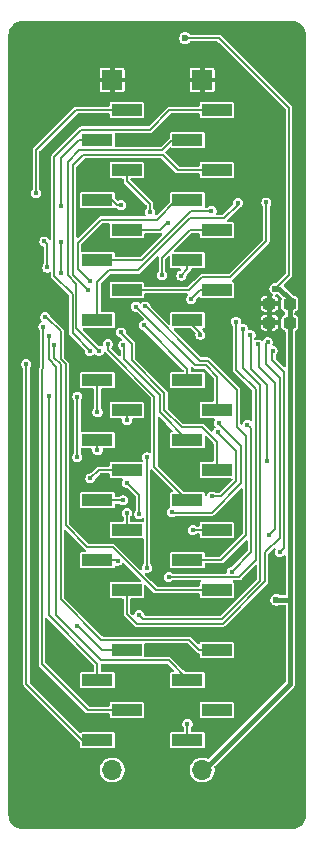
<source format=gbr>
G04 #@! TF.GenerationSoftware,KiCad,Pcbnew,9.0.6-9.0.6~ubuntu25.10.1*
G04 #@! TF.CreationDate,2025-12-22T15:32:54+09:00*
G04 #@! TF.ProjectId,bionic-z180f,62696f6e-6963-42d7-9a31-3830662e6b69,2*
G04 #@! TF.SameCoordinates,Original*
G04 #@! TF.FileFunction,Copper,L2,Bot*
G04 #@! TF.FilePolarity,Positive*
%FSLAX46Y46*%
G04 Gerber Fmt 4.6, Leading zero omitted, Abs format (unit mm)*
G04 Created by KiCad (PCBNEW 9.0.6-9.0.6~ubuntu25.10.1) date 2025-12-22 15:32:54*
%MOMM*%
%LPD*%
G01*
G04 APERTURE LIST*
G04 Aperture macros list*
%AMRoundRect*
0 Rectangle with rounded corners*
0 $1 Rounding radius*
0 $2 $3 $4 $5 $6 $7 $8 $9 X,Y pos of 4 corners*
0 Add a 4 corners polygon primitive as box body*
4,1,4,$2,$3,$4,$5,$6,$7,$8,$9,$2,$3,0*
0 Add four circle primitives for the rounded corners*
1,1,$1+$1,$2,$3*
1,1,$1+$1,$4,$5*
1,1,$1+$1,$6,$7*
1,1,$1+$1,$8,$9*
0 Add four rect primitives between the rounded corners*
20,1,$1+$1,$2,$3,$4,$5,0*
20,1,$1+$1,$4,$5,$6,$7,0*
20,1,$1+$1,$6,$7,$8,$9,0*
20,1,$1+$1,$8,$9,$2,$3,0*%
G04 Aperture macros list end*
G04 #@! TA.AperFunction,ComponentPad*
%ADD10O,1.700000X1.700000*%
G04 #@! TD*
G04 #@! TA.AperFunction,SMDPad,CuDef*
%ADD11R,2.510000X1.000000*%
G04 #@! TD*
G04 #@! TA.AperFunction,ComponentPad*
%ADD12R,1.700000X1.700000*%
G04 #@! TD*
G04 #@! TA.AperFunction,SMDPad,CuDef*
%ADD13RoundRect,0.237500X0.300000X0.237500X-0.300000X0.237500X-0.300000X-0.237500X0.300000X-0.237500X0*%
G04 #@! TD*
G04 #@! TA.AperFunction,ViaPad*
%ADD14C,0.600000*%
G04 #@! TD*
G04 #@! TA.AperFunction,ViaPad*
%ADD15C,0.450000*%
G04 #@! TD*
G04 #@! TA.AperFunction,Conductor*
%ADD16C,0.400000*%
G04 #@! TD*
G04 #@! TA.AperFunction,Conductor*
%ADD17C,0.150000*%
G04 #@! TD*
G04 APERTURE END LIST*
D10*
X117510000Y-133500000D03*
D11*
X116265400Y-130960000D03*
X118754600Y-128420000D03*
X116265400Y-125880000D03*
X118754600Y-123340000D03*
X118754600Y-118260000D03*
X116265400Y-115720000D03*
X118754600Y-113180000D03*
X116265400Y-110640000D03*
X118754600Y-108100000D03*
X116265400Y-105560000D03*
X118754600Y-103020000D03*
X116265400Y-100480000D03*
X116265400Y-95400000D03*
X118754600Y-92860000D03*
X116265400Y-90320000D03*
X118754600Y-87780000D03*
X116265400Y-85240000D03*
X118754600Y-82700000D03*
X116265400Y-80160000D03*
X118754600Y-77620000D03*
D12*
X117510000Y-75080000D03*
X109890000Y-75080000D03*
D11*
X111134600Y-77620000D03*
X108645400Y-80160000D03*
X111134600Y-82700000D03*
X108645400Y-85240000D03*
X111134600Y-87780000D03*
X108645400Y-90320000D03*
X111134600Y-92860000D03*
X108645400Y-95400000D03*
X108645400Y-100480000D03*
X111134600Y-103020000D03*
X108645400Y-105560000D03*
X111134600Y-108100000D03*
X108645400Y-110640000D03*
X111134600Y-113180000D03*
X108645400Y-115720000D03*
X111134600Y-118260000D03*
X111134600Y-123340000D03*
X108645400Y-125880000D03*
X111134600Y-128420000D03*
X108645400Y-130960000D03*
D10*
X109890000Y-133500000D03*
D13*
X124923500Y-94028400D03*
X123198500Y-94028400D03*
X124924600Y-95628600D03*
X123199600Y-95628600D03*
D14*
X116062200Y-71524000D03*
X123707600Y-92733000D03*
X123783800Y-119098200D03*
X115808200Y-102639000D03*
X108442200Y-96695400D03*
D15*
X118703800Y-120063400D03*
D14*
X121345400Y-102689800D03*
X117052800Y-114094400D03*
X110296400Y-117091600D03*
X107705600Y-104290000D03*
X113344400Y-98930600D03*
X104149600Y-132611000D03*
X110296400Y-111605200D03*
X124317200Y-75181600D03*
X123504400Y-132865000D03*
X125866600Y-104112200D03*
X109229600Y-82268200D03*
X114970000Y-93926800D03*
X101406400Y-92377400D03*
X108975600Y-87881600D03*
X101711200Y-102283400D03*
X107934200Y-86662400D03*
X123402800Y-91183600D03*
X114208000Y-104747200D03*
X122158200Y-123949600D03*
X112125200Y-105610800D03*
D15*
X110804400Y-110664600D03*
X122945600Y-85443200D03*
X104073400Y-95958800D03*
X111134600Y-111732200D03*
X110655298Y-85671800D03*
X108045400Y-108811200D03*
X103438400Y-84681200D03*
X120532600Y-85468600D03*
X102625600Y-99133800D03*
X105587000Y-85773400D03*
X111134600Y-109166800D03*
X112176000Y-111808400D03*
X111134600Y-103883600D03*
X108645400Y-106423600D03*
X106944000Y-121308000D03*
X106944000Y-106982400D03*
X106944000Y-101877000D03*
X118297400Y-86154400D03*
X113093135Y-86291000D03*
X108645400Y-103197800D03*
X123479000Y-97990800D03*
X124075900Y-115046900D03*
X110347200Y-115770800D03*
X123047200Y-97279600D03*
X114638415Y-87149000D03*
X104540200Y-101851600D03*
X116265400Y-129588400D03*
X116697200Y-113180000D03*
X105587000Y-88821400D03*
X105587000Y-91386800D03*
X110621435Y-96446565D03*
X109509000Y-97432000D03*
X112696700Y-94244300D03*
X114106400Y-91590000D03*
X104225800Y-95146000D03*
X111875600Y-94252600D03*
X116595600Y-93622000D03*
X104980600Y-97549000D03*
X107822137Y-92872110D03*
X115744000Y-91628800D03*
X117357600Y-96644600D03*
X104387800Y-90949000D03*
X110824635Y-97538765D03*
X104149600Y-88745200D03*
X108772400Y-97990800D03*
X112572919Y-95841281D03*
X107992535Y-92090465D03*
X108010400Y-98016200D03*
X104523400Y-96749000D03*
X112836400Y-116370800D03*
X112836400Y-107033200D03*
X123131300Y-113619700D03*
X122259800Y-97457400D03*
X123037600Y-107312600D03*
X121599400Y-96660400D03*
X121345400Y-104264600D03*
X119999200Y-116692400D03*
X118322800Y-110335200D03*
X118812935Y-104917465D03*
X114665200Y-117142400D03*
X120380200Y-95527000D03*
X120980200Y-96136600D03*
X112176000Y-120368200D03*
X118932400Y-104112200D03*
X114948975Y-111689916D03*
D16*
X124924600Y-95628600D02*
X124924600Y-94029500D01*
D17*
X124876000Y-91564600D02*
X123707600Y-92733000D01*
X124876000Y-77467600D02*
X124876000Y-91564600D01*
D16*
X124977600Y-119098200D02*
X124977600Y-95681600D01*
X124037800Y-92733000D02*
X123707600Y-92733000D01*
D17*
X118932400Y-71524000D02*
X124876000Y-77467600D01*
D16*
X124923500Y-94028400D02*
X124923500Y-93948900D01*
D17*
X116062200Y-71524000D02*
X118932400Y-71524000D01*
D16*
X123783800Y-119098200D02*
X124977600Y-119098200D01*
X124924600Y-94029500D02*
X124923500Y-94028400D01*
X124977600Y-126184800D02*
X124977600Y-119098200D01*
X124977600Y-95681600D02*
X124924600Y-95628600D01*
X124923500Y-93948900D02*
X124923500Y-93618700D01*
X117662400Y-133500000D02*
X124977600Y-126184800D01*
X124923500Y-93618700D02*
X124037800Y-92733000D01*
X117510000Y-133500000D02*
X117662400Y-133500000D01*
D17*
X110220200Y-110665400D02*
X108670800Y-110665400D01*
X110221000Y-110664600D02*
X110220200Y-110665400D01*
X108670800Y-110665400D02*
X108645400Y-110640000D01*
X110804400Y-110664600D02*
X110221000Y-110664600D01*
X117497300Y-91780500D02*
X116417800Y-92860000D01*
X122945600Y-85443200D02*
X122945600Y-88719800D01*
X116417800Y-92860000D02*
X111134600Y-92860000D01*
X122945600Y-88719800D02*
X119884900Y-91780500D01*
X119884900Y-91780500D02*
X117497300Y-91780500D01*
X107807200Y-128420000D02*
X111134600Y-128420000D01*
X103946400Y-101595457D02*
X103939200Y-101602657D01*
X103939200Y-101602657D02*
X103939200Y-124552000D01*
X103939200Y-124552000D02*
X107807200Y-128420000D01*
X104073400Y-99489400D02*
X103946400Y-99616400D01*
X103946400Y-99616400D02*
X103946400Y-101595457D01*
X104073400Y-95958800D02*
X104073400Y-99489400D01*
X111134600Y-111732200D02*
X111134600Y-113180000D01*
X110655298Y-85671800D02*
X110296400Y-85671800D01*
X110296400Y-85671800D02*
X109864600Y-85240000D01*
X109864600Y-85240000D02*
X108645400Y-85240000D01*
X108756600Y-108100000D02*
X111134600Y-108100000D01*
X108045400Y-108811200D02*
X108756600Y-108100000D01*
X103438400Y-84681200D02*
X103438400Y-81023600D01*
X103438400Y-81023600D02*
X106842000Y-77620000D01*
X106842000Y-77620000D02*
X111134600Y-77620000D01*
X119389600Y-86764000D02*
X116502300Y-86764000D01*
X112082700Y-91183600D02*
X109597900Y-91183600D01*
X120532600Y-85621000D02*
X119389600Y-86764000D01*
X120532600Y-85468600D02*
X120532600Y-85621000D01*
X109597900Y-91183600D02*
X108645400Y-92136100D01*
X108645400Y-92136100D02*
X108645400Y-95400000D01*
X116502300Y-86764000D02*
X112082700Y-91183600D01*
X108594600Y-131010800D02*
X108645400Y-130960000D01*
X102625600Y-126210200D02*
X107426200Y-131010800D01*
X102625600Y-99133800D02*
X102625600Y-126210200D01*
X107426200Y-131010800D02*
X108594600Y-131010800D01*
X105597400Y-85763000D02*
X105597400Y-81658600D01*
X107096000Y-80160000D02*
X108645400Y-80160000D01*
X105597400Y-81658600D02*
X107096000Y-80160000D01*
X105587000Y-85773400D02*
X105597400Y-85763000D01*
X111134600Y-109166800D02*
X111160000Y-109166800D01*
X111134600Y-103883600D02*
X111134600Y-103020000D01*
X111160000Y-109166800D02*
X112176000Y-110182800D01*
X112176000Y-110182800D02*
X112176000Y-111808400D01*
X108645400Y-106423600D02*
X108645400Y-105560000D01*
X109001000Y-123340000D02*
X111134600Y-123340000D01*
X106944000Y-101877000D02*
X106944000Y-106982400D01*
X106944000Y-121308000D02*
X106969000Y-121308000D01*
X106969000Y-121308000D02*
X109001000Y-123340000D01*
X118297400Y-86154400D02*
X116544800Y-86154400D01*
X116544800Y-86154400D02*
X112379200Y-90320000D01*
X112379200Y-90320000D02*
X108645400Y-90320000D01*
X111134600Y-83639800D02*
X111134600Y-82700000D01*
X113093135Y-85598335D02*
X111134600Y-83639800D01*
X113093135Y-86291000D02*
X113093135Y-85598335D01*
X108645400Y-103197800D02*
X108645400Y-100480000D01*
X124458800Y-114664000D02*
X124075900Y-115046900D01*
X123453600Y-98803600D02*
X124458800Y-99808800D01*
X110347200Y-115770800D02*
X110296400Y-115720000D01*
X123453600Y-98016200D02*
X123453600Y-98803600D01*
X123479000Y-97990800D02*
X123453600Y-98016200D01*
X110296400Y-115720000D02*
X108645400Y-115720000D01*
X124458800Y-99808800D02*
X124458800Y-114664000D01*
X111134600Y-120266600D02*
X111134600Y-118260000D01*
X123047200Y-97279600D02*
X122894800Y-97432000D01*
X124057800Y-113820400D02*
X122838600Y-115039600D01*
X111972800Y-121104800D02*
X111134600Y-120266600D01*
X122838600Y-115039600D02*
X122838600Y-117503400D01*
X119237200Y-121104800D02*
X111972800Y-121104800D01*
X122894800Y-97432000D02*
X122894800Y-99125200D01*
X122894800Y-99125200D02*
X124057800Y-100288200D01*
X122838600Y-117503400D02*
X119237200Y-121104800D01*
X124057800Y-100288200D02*
X124057800Y-113820400D01*
X114496785Y-87149000D02*
X114492785Y-87145000D01*
X114492785Y-87145000D02*
X114492785Y-87190415D01*
X114638415Y-87149000D02*
X114496785Y-87149000D01*
X114492785Y-87190415D02*
X113903200Y-87780000D01*
X113903200Y-87780000D02*
X111134600Y-87780000D01*
X108645400Y-124483000D02*
X104540200Y-120377800D01*
X104540200Y-120377800D02*
X104540200Y-101851600D01*
X108645400Y-125880000D02*
X108645400Y-124483000D01*
X116265400Y-129588400D02*
X116265400Y-130960000D01*
X118754600Y-113180000D02*
X116697200Y-113180000D01*
X111425635Y-97289822D02*
X111425635Y-97291235D01*
X115782800Y-104467800D02*
X117510000Y-104467800D01*
X117801200Y-104759000D02*
X117821400Y-104759000D01*
X110601200Y-96466800D02*
X111072165Y-96937765D01*
X117510000Y-104467800D02*
X117801200Y-104759000D01*
X117821400Y-104779200D02*
X118754600Y-105712400D01*
X111425635Y-97291235D02*
X111541000Y-97406600D01*
X105587000Y-88821400D02*
X105587000Y-91386800D01*
X111072165Y-96937765D02*
X111073578Y-96937765D01*
X114304200Y-102989200D02*
X115782800Y-104467800D01*
X111541000Y-97406600D02*
X111541000Y-98812400D01*
X111541000Y-98812400D02*
X114304200Y-101575600D01*
X111073578Y-96937765D02*
X111425635Y-97289822D01*
X118754600Y-105712400D02*
X118754600Y-108100000D01*
X114304200Y-101575600D02*
X114304200Y-102989200D01*
X110621435Y-96446565D02*
X110601200Y-96466800D01*
X117821400Y-104759000D02*
X117821400Y-104779200D01*
X113471400Y-107846000D02*
X116265400Y-110640000D01*
X109509000Y-97914600D02*
X113471400Y-101877000D01*
X109509000Y-97432000D02*
X109509000Y-97914600D01*
X113471400Y-101877000D02*
X113471400Y-107846000D01*
X117972600Y-98834400D02*
X120456400Y-101318200D01*
X121207600Y-105896500D02*
X121207600Y-113597200D01*
X119084800Y-115720000D02*
X116265400Y-115720000D01*
X120456400Y-104442400D02*
X121223800Y-105209800D01*
X121223800Y-105880300D02*
X121207600Y-105896500D01*
X121207600Y-113597200D02*
X119084800Y-115720000D01*
X112722100Y-94244300D02*
X117312200Y-98834400D01*
X117312200Y-98834400D02*
X117972600Y-98834400D01*
X121223800Y-105209800D02*
X121223800Y-105880300D01*
X120456400Y-101318200D02*
X120456400Y-104442400D01*
X112696700Y-94244300D02*
X112722100Y-94244300D01*
X116448400Y-87780000D02*
X118754600Y-87780000D01*
X114106400Y-91590000D02*
X114106400Y-90122000D01*
X114106400Y-90122000D02*
X116448400Y-87780000D01*
X113573000Y-118260000D02*
X118754600Y-118260000D01*
X105953000Y-99139922D02*
X105953000Y-112773600D01*
X104225800Y-95146000D02*
X104327400Y-95146000D01*
X105953000Y-112773600D02*
X107794500Y-114615100D01*
X105521200Y-98708122D02*
X105953000Y-99139922D01*
X109928100Y-114615100D02*
X113573000Y-118260000D01*
X107794500Y-114615100D02*
X109928100Y-114615100D01*
X104327400Y-95146000D02*
X105521200Y-96339800D01*
X105521200Y-96339800D02*
X105521200Y-98708122D01*
X118754600Y-100183500D02*
X118754600Y-103020000D01*
X111875600Y-94252600D02*
X111937835Y-94252600D01*
X116920635Y-99235400D02*
X117806500Y-99235400D01*
X111937835Y-94252600D02*
X116920635Y-99235400D01*
X117806500Y-99235400D02*
X118754600Y-100183500D01*
X118754600Y-92860000D02*
X117357600Y-92860000D01*
X117357600Y-92860000D02*
X116595600Y-93622000D01*
X108975600Y-122476400D02*
X116392400Y-122476400D01*
X117256000Y-123340000D02*
X118754600Y-123340000D01*
X116392400Y-122476400D02*
X117256000Y-123340000D01*
X105546600Y-99159200D02*
X105546600Y-119047400D01*
X104980600Y-98593200D02*
X105546600Y-99159200D01*
X105546600Y-119047400D02*
X108975600Y-122476400D01*
X104980600Y-97549000D02*
X104980600Y-98593200D01*
X106588000Y-91616416D02*
X106588000Y-82293600D01*
X107822137Y-92850553D02*
X106588000Y-91616416D01*
X115427200Y-82700000D02*
X118754600Y-82700000D01*
X114151800Y-81424600D02*
X115427200Y-82700000D01*
X106588000Y-82293600D02*
X107457000Y-81424600D01*
X107457000Y-81424600D02*
X114151800Y-81424600D01*
X107822137Y-92872110D02*
X107822137Y-92850553D01*
X116265400Y-91107400D02*
X116265400Y-90320000D01*
X115744000Y-91628800D02*
X116265400Y-91107400D01*
X117357600Y-96492200D02*
X116265400Y-95400000D01*
X117357600Y-96644600D02*
X117357600Y-96492200D01*
X110880600Y-97635200D02*
X110880600Y-98719100D01*
X110824635Y-97538765D02*
X110824635Y-97579235D01*
X116240000Y-105560000D02*
X116265400Y-105560000D01*
X104149600Y-88745200D02*
X104387800Y-88983400D01*
X110880600Y-98719100D02*
X113903200Y-101741700D01*
X104387800Y-88983400D02*
X104387800Y-90949000D01*
X113903200Y-103223200D02*
X116240000Y-105560000D01*
X113903200Y-101741700D02*
X113903200Y-103223200D01*
X110824635Y-97579235D02*
X110880600Y-97635200D01*
X114970000Y-80160000D02*
X116265400Y-80160000D01*
X106130800Y-81988800D02*
X107096000Y-81023600D01*
X106867400Y-92321494D02*
X106130800Y-91584894D01*
X106130800Y-91584894D02*
X106130800Y-81988800D01*
X108747000Y-97990800D02*
X106867400Y-96111200D01*
X107096000Y-81023600D02*
X114106400Y-81023600D01*
X108772400Y-97990800D02*
X108747000Y-97990800D01*
X114106400Y-81023600D02*
X114970000Y-80160000D01*
X106867400Y-96111200D02*
X106867400Y-92321494D01*
X112557000Y-95857200D02*
X116265400Y-99565600D01*
X116265400Y-99565600D02*
X116265400Y-100480000D01*
X112572919Y-95841281D02*
X112557000Y-95857200D01*
X106994400Y-91082000D02*
X106994400Y-88846800D01*
X106994400Y-88846800D02*
X108950200Y-86891000D01*
X107992535Y-92090465D02*
X107992535Y-92080135D01*
X107992535Y-92080135D02*
X106994400Y-91082000D01*
X113649200Y-86891000D02*
X115300200Y-85240000D01*
X115300200Y-85240000D02*
X116265400Y-85240000D01*
X108950200Y-86891000D02*
X113649200Y-86891000D01*
X113090400Y-79271000D02*
X114741400Y-77620000D01*
X114741400Y-77620000D02*
X118754600Y-77620000D01*
X106537200Y-96517600D02*
X106537200Y-93215600D01*
X104988800Y-90700057D02*
X104986000Y-90697257D01*
X106537200Y-93215600D02*
X104986000Y-91664400D01*
X108010400Y-98016200D02*
X108010400Y-97990800D01*
X104987800Y-88570657D02*
X104987800Y-86232016D01*
X104986000Y-86230216D02*
X104986000Y-85732330D01*
X104987800Y-81557000D02*
X107273800Y-79271000D01*
X104986000Y-88572457D02*
X104987800Y-88570657D01*
X104986000Y-90697257D02*
X104986000Y-88572457D01*
X107273800Y-79271000D02*
X113090400Y-79271000D01*
X104987800Y-85730530D02*
X104987800Y-81557000D01*
X104986000Y-91200743D02*
X104988800Y-91197943D01*
X104986000Y-85732330D02*
X104987800Y-85730530D01*
X104986000Y-91664400D02*
X104986000Y-91200743D01*
X108010400Y-97990800D02*
X106537200Y-96517600D01*
X104987800Y-86232016D02*
X104986000Y-86230216D01*
X104988800Y-91197943D02*
X104988800Y-90700057D01*
X104530600Y-98727400D02*
X105140200Y-99337000D01*
X105140200Y-120368200D02*
X108975600Y-124203600D01*
X104530600Y-96756200D02*
X104530600Y-98727400D01*
X114690600Y-124203600D02*
X116265400Y-125778400D01*
X108975600Y-124203600D02*
X114690600Y-124203600D01*
X116265400Y-125778400D02*
X116265400Y-125880000D01*
X105140200Y-99337000D02*
X105140200Y-120368200D01*
X104523400Y-96749000D02*
X104530600Y-96756200D01*
X112836400Y-107033200D02*
X112836400Y-116370800D01*
X122259800Y-97457400D02*
X122285200Y-97482800D01*
X122285200Y-99387800D02*
X123656800Y-100759400D01*
X123656800Y-113053000D02*
X123131300Y-113578500D01*
X123656800Y-100759400D02*
X123656800Y-113053000D01*
X122285200Y-97482800D02*
X122285200Y-99387800D01*
X123131300Y-113578500D02*
X123131300Y-113619700D01*
X121599400Y-96660400D02*
X121624800Y-96685800D01*
X121624800Y-96685800D02*
X121624800Y-99540200D01*
X123021800Y-107296800D02*
X123037600Y-107312600D01*
X121624800Y-99540200D02*
X123021800Y-100937200D01*
X123021800Y-100937200D02*
X123021800Y-107296800D01*
X119999200Y-116692400D02*
X121624800Y-115066800D01*
X121624800Y-104544000D02*
X121345400Y-104264600D01*
X121624800Y-115066800D02*
X121624800Y-104544000D01*
X118812935Y-104917465D02*
X118812935Y-104932535D01*
X118812935Y-104932535D02*
X120405600Y-106525200D01*
X120405600Y-106525200D02*
X120405600Y-109014400D01*
X120405600Y-109014400D02*
X119084800Y-110335200D01*
X119084800Y-110335200D02*
X118322800Y-110335200D01*
X120380200Y-99591000D02*
X120380200Y-95527000D01*
X122031200Y-115720000D02*
X122031200Y-101242000D01*
X120608800Y-117142400D02*
X122031200Y-115720000D01*
X114665200Y-117142400D02*
X120608800Y-117142400D01*
X122031200Y-101242000D02*
X120380200Y-99591000D01*
X112506200Y-120698400D02*
X119217922Y-120698400D01*
X119217922Y-120698400D02*
X122437600Y-117478722D01*
X120989800Y-96146200D02*
X120980200Y-96136600D01*
X122437600Y-117478722D02*
X122437600Y-100937200D01*
X122437600Y-100937200D02*
X120989800Y-99489400D01*
X112176000Y-120368200D02*
X112506200Y-120698400D01*
X120989800Y-99489400D02*
X120989800Y-96146200D01*
X120806600Y-106062600D02*
X120806600Y-109223000D01*
X120806600Y-109223000D02*
X118322800Y-111706800D01*
X118322800Y-111706800D02*
X114965859Y-111706800D01*
X118932400Y-104112200D02*
X118932400Y-104188400D01*
X114965859Y-111706800D02*
X114948975Y-111689916D01*
X118932400Y-104188400D02*
X120806600Y-106062600D01*
G04 #@! TA.AperFunction,Conductor*
G36*
X122108045Y-116129512D02*
G01*
X122151310Y-116172777D01*
X122162100Y-116217722D01*
X122162100Y-117323598D01*
X122143193Y-117381789D01*
X122133104Y-117393602D01*
X119132803Y-120393904D01*
X119078286Y-120421681D01*
X119062799Y-120422900D01*
X112700500Y-120422900D01*
X112642309Y-120403993D01*
X112606345Y-120354493D01*
X112601500Y-120323900D01*
X112601500Y-120312183D01*
X112588505Y-120263684D01*
X112572503Y-120203963D01*
X112572501Y-120203960D01*
X112572501Y-120203958D01*
X112524806Y-120121350D01*
X112516485Y-120106937D01*
X112437263Y-120027715D01*
X112437260Y-120027713D01*
X112340240Y-119971698D01*
X112340242Y-119971698D01*
X112298251Y-119960447D01*
X112232018Y-119942700D01*
X112119982Y-119942700D01*
X112053748Y-119960447D01*
X112011758Y-119971698D01*
X111914739Y-120027713D01*
X111835513Y-120106939D01*
X111779498Y-120203958D01*
X111756694Y-120289066D01*
X111723370Y-120340381D01*
X111666248Y-120362307D01*
X111607148Y-120346471D01*
X111591063Y-120333447D01*
X111439096Y-120181480D01*
X111411319Y-120126963D01*
X111410100Y-120111476D01*
X111410100Y-119059500D01*
X111429007Y-119001309D01*
X111478507Y-118965345D01*
X111509100Y-118960500D01*
X112409347Y-118960500D01*
X112409348Y-118960500D01*
X112467831Y-118948867D01*
X112534152Y-118904552D01*
X112578467Y-118838231D01*
X112590100Y-118779748D01*
X112590100Y-117905723D01*
X112609007Y-117847532D01*
X112658507Y-117811568D01*
X112719693Y-117811568D01*
X112759104Y-117835719D01*
X113339443Y-118416058D01*
X113339442Y-118416058D01*
X113416938Y-118493553D01*
X113416942Y-118493557D01*
X113518200Y-118535500D01*
X117200100Y-118535500D01*
X117258291Y-118554407D01*
X117294255Y-118603907D01*
X117299100Y-118634500D01*
X117299100Y-118779746D01*
X117299101Y-118779758D01*
X117310732Y-118838227D01*
X117310733Y-118838231D01*
X117355048Y-118904552D01*
X117421369Y-118948867D01*
X117465831Y-118957711D01*
X117479841Y-118960498D01*
X117479846Y-118960498D01*
X117479852Y-118960500D01*
X117479853Y-118960500D01*
X120029347Y-118960500D01*
X120029348Y-118960500D01*
X120087831Y-118948867D01*
X120154152Y-118904552D01*
X120198467Y-118838231D01*
X120210100Y-118779748D01*
X120210100Y-117740252D01*
X120198467Y-117681769D01*
X120154152Y-117615448D01*
X120129858Y-117599215D01*
X120091979Y-117551165D01*
X120089577Y-117490027D01*
X120123570Y-117439153D01*
X120180974Y-117417976D01*
X120184860Y-117417900D01*
X120663599Y-117417900D01*
X120663600Y-117417900D01*
X120764858Y-117375957D01*
X120842357Y-117298458D01*
X120842356Y-117298458D01*
X121993097Y-116147717D01*
X122047613Y-116119941D01*
X122108045Y-116129512D01*
G37*
G04 #@! TD.AperFunction*
G04 #@! TA.AperFunction,Conductor*
G36*
X113280901Y-108045116D02*
G01*
X114663844Y-109428060D01*
X115013683Y-109777899D01*
X115041460Y-109832416D01*
X115031889Y-109892848D01*
X114988624Y-109936113D01*
X114962996Y-109945000D01*
X114932171Y-109951132D01*
X114932166Y-109951134D01*
X114865851Y-109995445D01*
X114865845Y-109995451D01*
X114821534Y-110061766D01*
X114821532Y-110061772D01*
X114809901Y-110120241D01*
X114809900Y-110120253D01*
X114809900Y-111159753D01*
X114817316Y-111197034D01*
X114810124Y-111257795D01*
X114769719Y-111302083D01*
X114687713Y-111349430D01*
X114608488Y-111428655D01*
X114552473Y-111525674D01*
X114552472Y-111525679D01*
X114523475Y-111633898D01*
X114523475Y-111745934D01*
X114539031Y-111803991D01*
X114552473Y-111854157D01*
X114602241Y-111940356D01*
X114608490Y-111951179D01*
X114687712Y-112030401D01*
X114687714Y-112030402D01*
X114784734Y-112086417D01*
X114784732Y-112086417D01*
X114784736Y-112086418D01*
X114784738Y-112086419D01*
X114892957Y-112115416D01*
X114892959Y-112115416D01*
X115004991Y-112115416D01*
X115004993Y-112115416D01*
X115113212Y-112086419D01*
X115113214Y-112086417D01*
X115113216Y-112086417D01*
X115161659Y-112058448D01*
X115210238Y-112030401D01*
X115229344Y-112011294D01*
X115283859Y-111983519D01*
X115299346Y-111982300D01*
X118377599Y-111982300D01*
X118377600Y-111982300D01*
X118478858Y-111940357D01*
X118556357Y-111862858D01*
X118556356Y-111862858D01*
X120763097Y-109656117D01*
X120817613Y-109628341D01*
X120878045Y-109637912D01*
X120921310Y-109681177D01*
X120932100Y-109726122D01*
X120932100Y-113442076D01*
X120913193Y-113500267D01*
X120903104Y-113512080D01*
X118999681Y-115415504D01*
X118945164Y-115443281D01*
X118929677Y-115444500D01*
X117819900Y-115444500D01*
X117761709Y-115425593D01*
X117725745Y-115376093D01*
X117720900Y-115345500D01*
X117720900Y-115200253D01*
X117720898Y-115200241D01*
X117711643Y-115153715D01*
X117709267Y-115141769D01*
X117664952Y-115075448D01*
X117664948Y-115075445D01*
X117598633Y-115031134D01*
X117598631Y-115031133D01*
X117598628Y-115031132D01*
X117598627Y-115031132D01*
X117540158Y-115019501D01*
X117540148Y-115019500D01*
X114990652Y-115019500D01*
X114990651Y-115019500D01*
X114990641Y-115019501D01*
X114932172Y-115031132D01*
X114932166Y-115031134D01*
X114865851Y-115075445D01*
X114865845Y-115075451D01*
X114821534Y-115141766D01*
X114821532Y-115141772D01*
X114809901Y-115200241D01*
X114809900Y-115200253D01*
X114809900Y-116239746D01*
X114809901Y-116239758D01*
X114821532Y-116298227D01*
X114821534Y-116298233D01*
X114857404Y-116351915D01*
X114865848Y-116364552D01*
X114932169Y-116408867D01*
X114976631Y-116417711D01*
X114990641Y-116420498D01*
X114990646Y-116420498D01*
X114990652Y-116420500D01*
X114990653Y-116420500D01*
X117540147Y-116420500D01*
X117540148Y-116420500D01*
X117598631Y-116408867D01*
X117664952Y-116364552D01*
X117709267Y-116298231D01*
X117720900Y-116239748D01*
X117720900Y-116094500D01*
X117739807Y-116036309D01*
X117789307Y-116000345D01*
X117819900Y-115995500D01*
X119139599Y-115995500D01*
X119139600Y-115995500D01*
X119240858Y-115953557D01*
X119318357Y-115876058D01*
X119318356Y-115876058D01*
X121180297Y-114014117D01*
X121234813Y-113986341D01*
X121295245Y-113995912D01*
X121338510Y-114039177D01*
X121349300Y-114084122D01*
X121349300Y-114911676D01*
X121330393Y-114969867D01*
X121320304Y-114981680D01*
X120064081Y-116237904D01*
X120009564Y-116265681D01*
X119994077Y-116266900D01*
X119943182Y-116266900D01*
X119876948Y-116284647D01*
X119834958Y-116295898D01*
X119737939Y-116351913D01*
X119658713Y-116431139D01*
X119602698Y-116528158D01*
X119589099Y-116578912D01*
X119574858Y-116632063D01*
X119573700Y-116636383D01*
X119573700Y-116748417D01*
X119574547Y-116754850D01*
X119571377Y-116755267D01*
X119568845Y-116803398D01*
X119530329Y-116850940D01*
X119476428Y-116866900D01*
X115032456Y-116866900D01*
X114974265Y-116847993D01*
X114962453Y-116837904D01*
X114926462Y-116801914D01*
X114829440Y-116745898D01*
X114829442Y-116745898D01*
X114787451Y-116734647D01*
X114721218Y-116716900D01*
X114609182Y-116716900D01*
X114542948Y-116734647D01*
X114500958Y-116745898D01*
X114403939Y-116801913D01*
X114324713Y-116881139D01*
X114268698Y-116978158D01*
X114268697Y-116978163D01*
X114239700Y-117086382D01*
X114239700Y-117198418D01*
X114265272Y-117293855D01*
X114268698Y-117306641D01*
X114312086Y-117381789D01*
X114324715Y-117403663D01*
X114403937Y-117482885D01*
X114403939Y-117482886D01*
X114500959Y-117538901D01*
X114500957Y-117538901D01*
X114500961Y-117538902D01*
X114500963Y-117538903D01*
X114609182Y-117567900D01*
X114609184Y-117567900D01*
X114721216Y-117567900D01*
X114721218Y-117567900D01*
X114829437Y-117538903D01*
X114829439Y-117538901D01*
X114829441Y-117538901D01*
X114887388Y-117505445D01*
X114926463Y-117482885D01*
X114944457Y-117464890D01*
X114962453Y-117446896D01*
X115016970Y-117419119D01*
X115032456Y-117417900D01*
X117324340Y-117417900D01*
X117382531Y-117436807D01*
X117418495Y-117486307D01*
X117418495Y-117547493D01*
X117382531Y-117596993D01*
X117379342Y-117599215D01*
X117355051Y-117615445D01*
X117355045Y-117615451D01*
X117310734Y-117681766D01*
X117310732Y-117681772D01*
X117299101Y-117740241D01*
X117299100Y-117740253D01*
X117299100Y-117885500D01*
X117280193Y-117943691D01*
X117230693Y-117979655D01*
X117200100Y-117984500D01*
X113728123Y-117984500D01*
X113669932Y-117965593D01*
X113658119Y-117955504D01*
X113185500Y-117482885D01*
X112657145Y-116954530D01*
X112629370Y-116900016D01*
X112638941Y-116839584D01*
X112682206Y-116796319D01*
X112742638Y-116786748D01*
X112752764Y-116788900D01*
X112780382Y-116796300D01*
X112780384Y-116796300D01*
X112892416Y-116796300D01*
X112892418Y-116796300D01*
X113000637Y-116767303D01*
X113000639Y-116767301D01*
X113000641Y-116767301D01*
X113033347Y-116748418D01*
X113097663Y-116711285D01*
X113176885Y-116632063D01*
X113232903Y-116535037D01*
X113261900Y-116426818D01*
X113261900Y-116314782D01*
X113232903Y-116206563D01*
X113232901Y-116206560D01*
X113232901Y-116206558D01*
X113176885Y-116109537D01*
X113140896Y-116073547D01*
X113113119Y-116019030D01*
X113111900Y-116003544D01*
X113111900Y-113123982D01*
X116271700Y-113123982D01*
X116271700Y-113236018D01*
X116281160Y-113271323D01*
X116300698Y-113344241D01*
X116356713Y-113441260D01*
X116356715Y-113441263D01*
X116435937Y-113520485D01*
X116435939Y-113520486D01*
X116532959Y-113576501D01*
X116532957Y-113576501D01*
X116532961Y-113576502D01*
X116532963Y-113576503D01*
X116641182Y-113605500D01*
X116641184Y-113605500D01*
X116753216Y-113605500D01*
X116753218Y-113605500D01*
X116861437Y-113576503D01*
X116861439Y-113576501D01*
X116861441Y-113576501D01*
X116899547Y-113554500D01*
X116958463Y-113520485D01*
X116978681Y-113500267D01*
X116994453Y-113484496D01*
X117001569Y-113480870D01*
X117006265Y-113474407D01*
X117028316Y-113467242D01*
X117048970Y-113456719D01*
X117064456Y-113455500D01*
X117200100Y-113455500D01*
X117258291Y-113474407D01*
X117294255Y-113523907D01*
X117299100Y-113554500D01*
X117299100Y-113699746D01*
X117299101Y-113699758D01*
X117310732Y-113758227D01*
X117310734Y-113758233D01*
X117355045Y-113824548D01*
X117355048Y-113824552D01*
X117421369Y-113868867D01*
X117465831Y-113877711D01*
X117479841Y-113880498D01*
X117479846Y-113880498D01*
X117479852Y-113880500D01*
X117479853Y-113880500D01*
X120029347Y-113880500D01*
X120029348Y-113880500D01*
X120087831Y-113868867D01*
X120154152Y-113824552D01*
X120198467Y-113758231D01*
X120210100Y-113699748D01*
X120210100Y-112660252D01*
X120198467Y-112601769D01*
X120154152Y-112535448D01*
X120154148Y-112535445D01*
X120087833Y-112491134D01*
X120087831Y-112491133D01*
X120087828Y-112491132D01*
X120087827Y-112491132D01*
X120029358Y-112479501D01*
X120029348Y-112479500D01*
X117479852Y-112479500D01*
X117479851Y-112479500D01*
X117479841Y-112479501D01*
X117421372Y-112491132D01*
X117421366Y-112491134D01*
X117355051Y-112535445D01*
X117355045Y-112535451D01*
X117310734Y-112601766D01*
X117310732Y-112601772D01*
X117299101Y-112660241D01*
X117299100Y-112660253D01*
X117299100Y-112805500D01*
X117294255Y-112820411D01*
X117294255Y-112836093D01*
X117285038Y-112848778D01*
X117280193Y-112863691D01*
X117267507Y-112872907D01*
X117258291Y-112885593D01*
X117243378Y-112890438D01*
X117230693Y-112899655D01*
X117200100Y-112904500D01*
X117064456Y-112904500D01*
X117006265Y-112885593D01*
X116994453Y-112875504D01*
X116958462Y-112839514D01*
X116861440Y-112783498D01*
X116861442Y-112783498D01*
X116819451Y-112772247D01*
X116753218Y-112754500D01*
X116641182Y-112754500D01*
X116574948Y-112772247D01*
X116532958Y-112783498D01*
X116435939Y-112839513D01*
X116356713Y-112918739D01*
X116300698Y-113015758D01*
X116300697Y-113015763D01*
X116271700Y-113123982D01*
X113111900Y-113123982D01*
X113111900Y-108115122D01*
X113130807Y-108056931D01*
X113180307Y-108020967D01*
X113241493Y-108020967D01*
X113280901Y-108045116D01*
G37*
G04 #@! TD.AperFunction*
G04 #@! TA.AperFunction,Conductor*
G36*
X113915903Y-103625518D02*
G01*
X114458600Y-104168216D01*
X114992498Y-104702114D01*
X115020275Y-104756631D01*
X115010704Y-104817063D01*
X114967439Y-104860328D01*
X114941810Y-104869215D01*
X114932172Y-104871132D01*
X114932166Y-104871134D01*
X114865851Y-104915445D01*
X114865845Y-104915451D01*
X114821534Y-104981766D01*
X114821532Y-104981772D01*
X114809901Y-105040241D01*
X114809900Y-105040253D01*
X114809900Y-106079746D01*
X114809901Y-106079758D01*
X114821532Y-106138227D01*
X114821534Y-106138233D01*
X114865845Y-106204548D01*
X114865848Y-106204552D01*
X114932169Y-106248867D01*
X114972604Y-106256910D01*
X114990641Y-106260498D01*
X114990646Y-106260498D01*
X114990652Y-106260500D01*
X114990653Y-106260500D01*
X117540147Y-106260500D01*
X117540148Y-106260500D01*
X117598631Y-106248867D01*
X117664952Y-106204552D01*
X117709267Y-106138231D01*
X117720900Y-106079748D01*
X117720900Y-105307323D01*
X117739807Y-105249132D01*
X117789307Y-105213168D01*
X117850493Y-105213168D01*
X117889904Y-105237319D01*
X118450104Y-105797519D01*
X118477881Y-105852036D01*
X118479100Y-105867523D01*
X118479100Y-107300500D01*
X118460193Y-107358691D01*
X118410693Y-107394655D01*
X118380100Y-107399500D01*
X117479852Y-107399500D01*
X117479851Y-107399500D01*
X117479841Y-107399501D01*
X117421372Y-107411132D01*
X117421366Y-107411134D01*
X117355051Y-107455445D01*
X117355045Y-107455451D01*
X117310734Y-107521766D01*
X117310732Y-107521772D01*
X117299101Y-107580241D01*
X117299100Y-107580253D01*
X117299100Y-108619746D01*
X117299101Y-108619758D01*
X117310732Y-108678227D01*
X117310734Y-108678233D01*
X117355045Y-108744548D01*
X117355048Y-108744552D01*
X117421369Y-108788867D01*
X117465831Y-108797711D01*
X117479841Y-108800498D01*
X117479846Y-108800498D01*
X117479852Y-108800500D01*
X117479853Y-108800500D01*
X119990876Y-108800500D01*
X120049067Y-108819407D01*
X120085031Y-108868907D01*
X120085031Y-108930093D01*
X120060880Y-108969504D01*
X118999681Y-110030704D01*
X118945164Y-110058481D01*
X118929677Y-110059700D01*
X118690056Y-110059700D01*
X118631865Y-110040793D01*
X118620053Y-110030704D01*
X118584062Y-109994714D01*
X118487040Y-109938698D01*
X118487042Y-109938698D01*
X118445051Y-109927447D01*
X118378818Y-109909700D01*
X118266782Y-109909700D01*
X118200548Y-109927447D01*
X118158558Y-109938698D01*
X118061539Y-109994713D01*
X117982313Y-110073939D01*
X117926298Y-110170958D01*
X117915527Y-110211159D01*
X117882203Y-110262473D01*
X117825081Y-110284400D01*
X117765981Y-110268564D01*
X117727476Y-110221014D01*
X117720900Y-110185536D01*
X117720900Y-110120253D01*
X117720898Y-110120241D01*
X117718111Y-110106231D01*
X117709267Y-110061769D01*
X117664952Y-109995448D01*
X117663854Y-109994714D01*
X117598633Y-109951134D01*
X117598631Y-109951133D01*
X117598628Y-109951132D01*
X117598627Y-109951132D01*
X117540158Y-109939501D01*
X117540148Y-109939500D01*
X117540147Y-109939500D01*
X115995524Y-109939500D01*
X115937333Y-109920593D01*
X115925520Y-109910504D01*
X113775896Y-107760880D01*
X113748119Y-107706363D01*
X113746900Y-107690876D01*
X113746900Y-103695523D01*
X113765807Y-103637332D01*
X113815307Y-103601368D01*
X113876493Y-103601368D01*
X113915903Y-103625518D01*
G37*
G04 #@! TD.AperFunction*
G04 #@! TA.AperFunction,Conductor*
G36*
X109638291Y-87185407D02*
G01*
X109674255Y-87234907D01*
X109679100Y-87265500D01*
X109679100Y-88299746D01*
X109679101Y-88299758D01*
X109690732Y-88358227D01*
X109690734Y-88358233D01*
X109721793Y-88404715D01*
X109735048Y-88424552D01*
X109801369Y-88468867D01*
X109845831Y-88477711D01*
X109859841Y-88480498D01*
X109859846Y-88480498D01*
X109859852Y-88480500D01*
X109859853Y-88480500D01*
X112409347Y-88480500D01*
X112409348Y-88480500D01*
X112467831Y-88468867D01*
X112534152Y-88424552D01*
X112578467Y-88358231D01*
X112590100Y-88299748D01*
X112590100Y-88154500D01*
X112609007Y-88096309D01*
X112658507Y-88060345D01*
X112689100Y-88055500D01*
X113958000Y-88055500D01*
X114003625Y-88036600D01*
X114064620Y-88031799D01*
X114116790Y-88063767D01*
X114140206Y-88120295D01*
X114125923Y-88179790D01*
X114111515Y-88198068D01*
X112294081Y-90015504D01*
X112239564Y-90043281D01*
X112224077Y-90044500D01*
X110199900Y-90044500D01*
X110141709Y-90025593D01*
X110105745Y-89976093D01*
X110100900Y-89945500D01*
X110100900Y-89800253D01*
X110100898Y-89800241D01*
X110098111Y-89786231D01*
X110089267Y-89741769D01*
X110044952Y-89675448D01*
X110020899Y-89659376D01*
X109978633Y-89631134D01*
X109978631Y-89631133D01*
X109978628Y-89631132D01*
X109978627Y-89631132D01*
X109920158Y-89619501D01*
X109920148Y-89619500D01*
X107370652Y-89619500D01*
X107368900Y-89619500D01*
X107310709Y-89600593D01*
X107274745Y-89551093D01*
X107269900Y-89520500D01*
X107269900Y-89001923D01*
X107288807Y-88943732D01*
X107298896Y-88931919D01*
X109035319Y-87195496D01*
X109089836Y-87167719D01*
X109105323Y-87166500D01*
X109580100Y-87166500D01*
X109638291Y-87185407D01*
G37*
G04 #@! TD.AperFunction*
G04 #@! TA.AperFunction,Conductor*
G36*
X125134309Y-70100877D02*
G01*
X125324457Y-70117512D01*
X125341437Y-70120505D01*
X125521635Y-70168789D01*
X125537839Y-70174687D01*
X125706902Y-70253523D01*
X125721842Y-70262149D01*
X125874641Y-70369140D01*
X125887861Y-70380232D01*
X126019767Y-70512138D01*
X126030859Y-70525358D01*
X126137850Y-70678157D01*
X126146478Y-70693101D01*
X126225308Y-70862151D01*
X126231211Y-70878368D01*
X126279492Y-71058555D01*
X126282488Y-71075550D01*
X126299123Y-71265690D01*
X126299500Y-71274318D01*
X126299500Y-137305681D01*
X126299123Y-137314309D01*
X126282488Y-137504449D01*
X126279492Y-137521444D01*
X126231211Y-137701631D01*
X126225308Y-137717848D01*
X126146478Y-137886898D01*
X126137850Y-137901842D01*
X126030859Y-138054641D01*
X126019767Y-138067861D01*
X125887861Y-138199767D01*
X125874641Y-138210859D01*
X125721842Y-138317850D01*
X125706898Y-138326478D01*
X125537848Y-138405308D01*
X125521631Y-138411211D01*
X125341444Y-138459492D01*
X125324449Y-138462488D01*
X125134309Y-138479123D01*
X125125681Y-138479500D01*
X102274319Y-138479500D01*
X102265691Y-138479123D01*
X102075550Y-138462488D01*
X102058555Y-138459492D01*
X101878368Y-138411211D01*
X101862154Y-138405309D01*
X101693100Y-138326477D01*
X101678157Y-138317850D01*
X101525358Y-138210859D01*
X101512138Y-138199767D01*
X101380232Y-138067861D01*
X101369140Y-138054641D01*
X101262149Y-137901842D01*
X101253523Y-137886902D01*
X101174687Y-137717839D01*
X101168788Y-137701631D01*
X101149843Y-137630926D01*
X101120505Y-137521437D01*
X101117512Y-137504457D01*
X101100877Y-137314309D01*
X101100500Y-137305681D01*
X101100500Y-133396532D01*
X108839500Y-133396532D01*
X108839500Y-133603467D01*
X108879869Y-133806418D01*
X108959058Y-133997597D01*
X108959059Y-133997598D01*
X109074023Y-134169655D01*
X109220345Y-134315977D01*
X109392402Y-134430941D01*
X109583580Y-134510130D01*
X109786535Y-134550500D01*
X109786536Y-134550500D01*
X109993464Y-134550500D01*
X109993465Y-134550500D01*
X110196420Y-134510130D01*
X110387598Y-134430941D01*
X110559655Y-134315977D01*
X110705977Y-134169655D01*
X110820941Y-133997598D01*
X110900130Y-133806420D01*
X110940500Y-133603465D01*
X110940500Y-133396535D01*
X110900130Y-133193580D01*
X110820941Y-133002402D01*
X110705977Y-132830345D01*
X110559655Y-132684023D01*
X110387598Y-132569059D01*
X110387599Y-132569059D01*
X110387597Y-132569058D01*
X110196418Y-132489869D01*
X109993467Y-132449500D01*
X109993465Y-132449500D01*
X109786535Y-132449500D01*
X109786532Y-132449500D01*
X109583581Y-132489869D01*
X109392402Y-132569058D01*
X109220348Y-132684020D01*
X109074020Y-132830348D01*
X108959058Y-133002402D01*
X108879869Y-133193581D01*
X108839500Y-133396532D01*
X101100500Y-133396532D01*
X101100500Y-99077782D01*
X102200100Y-99077782D01*
X102200100Y-99189818D01*
X102222572Y-99273684D01*
X102229098Y-99298041D01*
X102283711Y-99392631D01*
X102285115Y-99395063D01*
X102321105Y-99431053D01*
X102348881Y-99485568D01*
X102350100Y-99501055D01*
X102350100Y-126264999D01*
X102380913Y-126339388D01*
X102392042Y-126366257D01*
X107160904Y-131135119D01*
X107188681Y-131189636D01*
X107189900Y-131205123D01*
X107189900Y-131479746D01*
X107189901Y-131479758D01*
X107201532Y-131538227D01*
X107201533Y-131538231D01*
X107245848Y-131604552D01*
X107312169Y-131648867D01*
X107356631Y-131657711D01*
X107370641Y-131660498D01*
X107370646Y-131660498D01*
X107370652Y-131660500D01*
X107370653Y-131660500D01*
X109920147Y-131660500D01*
X109920148Y-131660500D01*
X109978631Y-131648867D01*
X110044952Y-131604552D01*
X110089267Y-131538231D01*
X110100900Y-131479748D01*
X110100900Y-130440253D01*
X114809900Y-130440253D01*
X114809900Y-131479746D01*
X114809901Y-131479758D01*
X114821532Y-131538227D01*
X114821533Y-131538231D01*
X114865848Y-131604552D01*
X114932169Y-131648867D01*
X114976631Y-131657711D01*
X114990641Y-131660498D01*
X114990646Y-131660498D01*
X114990652Y-131660500D01*
X114990653Y-131660500D01*
X117540147Y-131660500D01*
X117540148Y-131660500D01*
X117598631Y-131648867D01*
X117664952Y-131604552D01*
X117709267Y-131538231D01*
X117720900Y-131479748D01*
X117720900Y-130440252D01*
X117709267Y-130381769D01*
X117664952Y-130315448D01*
X117664948Y-130315445D01*
X117598633Y-130271134D01*
X117598631Y-130271133D01*
X117598628Y-130271132D01*
X117598627Y-130271132D01*
X117540158Y-130259501D01*
X117540148Y-130259500D01*
X117540147Y-130259500D01*
X116639900Y-130259500D01*
X116581709Y-130240593D01*
X116545745Y-130191093D01*
X116540900Y-130160500D01*
X116540900Y-129955655D01*
X116559807Y-129897464D01*
X116569890Y-129885657D01*
X116605885Y-129849663D01*
X116661903Y-129752637D01*
X116690900Y-129644418D01*
X116690900Y-129532382D01*
X116661903Y-129424163D01*
X116661901Y-129424160D01*
X116661901Y-129424158D01*
X116605886Y-129327139D01*
X116605885Y-129327137D01*
X116526663Y-129247915D01*
X116526660Y-129247913D01*
X116429640Y-129191898D01*
X116429642Y-129191898D01*
X116387651Y-129180647D01*
X116321418Y-129162900D01*
X116209382Y-129162900D01*
X116143148Y-129180647D01*
X116101158Y-129191898D01*
X116004139Y-129247913D01*
X115924913Y-129327139D01*
X115868898Y-129424158D01*
X115868897Y-129424163D01*
X115839900Y-129532382D01*
X115839900Y-129644418D01*
X115865472Y-129739855D01*
X115868898Y-129752641D01*
X115924913Y-129849660D01*
X115924915Y-129849663D01*
X115960905Y-129885653D01*
X115988681Y-129940168D01*
X115989900Y-129955655D01*
X115989900Y-130160500D01*
X115970993Y-130218691D01*
X115921493Y-130254655D01*
X115890900Y-130259500D01*
X114990652Y-130259500D01*
X114990651Y-130259500D01*
X114990641Y-130259501D01*
X114932172Y-130271132D01*
X114932166Y-130271134D01*
X114865851Y-130315445D01*
X114865845Y-130315451D01*
X114821534Y-130381766D01*
X114821532Y-130381772D01*
X114809901Y-130440241D01*
X114809900Y-130440253D01*
X110100900Y-130440253D01*
X110100900Y-130440252D01*
X110089267Y-130381769D01*
X110044952Y-130315448D01*
X110044948Y-130315445D01*
X109978633Y-130271134D01*
X109978631Y-130271133D01*
X109978628Y-130271132D01*
X109978627Y-130271132D01*
X109920158Y-130259501D01*
X109920148Y-130259500D01*
X107370652Y-130259500D01*
X107370651Y-130259500D01*
X107370641Y-130259501D01*
X107312172Y-130271132D01*
X107312167Y-130271134D01*
X107238240Y-130320531D01*
X107179352Y-130337139D01*
X107121949Y-130315961D01*
X107113235Y-130308219D01*
X102930096Y-126125080D01*
X102902319Y-126070563D01*
X102901100Y-126055076D01*
X102901100Y-99501055D01*
X102920007Y-99442864D01*
X102930090Y-99431057D01*
X102966085Y-99395063D01*
X103022103Y-99298037D01*
X103051100Y-99189818D01*
X103051100Y-99077782D01*
X103022103Y-98969563D01*
X103022101Y-98969560D01*
X103022101Y-98969558D01*
X102966086Y-98872539D01*
X102966085Y-98872537D01*
X102886863Y-98793315D01*
X102886860Y-98793313D01*
X102789840Y-98737298D01*
X102789842Y-98737298D01*
X102747851Y-98726047D01*
X102681618Y-98708300D01*
X102569582Y-98708300D01*
X102503348Y-98726047D01*
X102461358Y-98737298D01*
X102364339Y-98793313D01*
X102285113Y-98872539D01*
X102229098Y-98969558D01*
X102212886Y-99030063D01*
X102200100Y-99077782D01*
X101100500Y-99077782D01*
X101100500Y-95902782D01*
X103647900Y-95902782D01*
X103647900Y-96014818D01*
X103670858Y-96100498D01*
X103676898Y-96123041D01*
X103729984Y-96214987D01*
X103732915Y-96220063D01*
X103768905Y-96256053D01*
X103796681Y-96310568D01*
X103797900Y-96326055D01*
X103797900Y-99334277D01*
X103778993Y-99392468D01*
X103768904Y-99404280D01*
X103712846Y-99460338D01*
X103712844Y-99460340D01*
X103712843Y-99460342D01*
X103691901Y-99510900D01*
X103670900Y-99561600D01*
X103670900Y-101510781D01*
X103665434Y-101538259D01*
X103665602Y-101538293D01*
X103663700Y-101547856D01*
X103663700Y-101547857D01*
X103663700Y-124606800D01*
X103705643Y-124708058D01*
X107651141Y-128653557D01*
X107680795Y-128665839D01*
X107680797Y-128665841D01*
X107680798Y-128665841D01*
X107716599Y-128680670D01*
X107752400Y-128695500D01*
X109580100Y-128695500D01*
X109638291Y-128714407D01*
X109674255Y-128763907D01*
X109679100Y-128794500D01*
X109679100Y-128939746D01*
X109679101Y-128939758D01*
X109690732Y-128998227D01*
X109690733Y-128998231D01*
X109735048Y-129064552D01*
X109801369Y-129108867D01*
X109845831Y-129117711D01*
X109859841Y-129120498D01*
X109859846Y-129120498D01*
X109859852Y-129120500D01*
X109859853Y-129120500D01*
X112409347Y-129120500D01*
X112409348Y-129120500D01*
X112467831Y-129108867D01*
X112534152Y-129064552D01*
X112578467Y-128998231D01*
X112590100Y-128939748D01*
X112590100Y-127900253D01*
X117299100Y-127900253D01*
X117299100Y-128939746D01*
X117299101Y-128939758D01*
X117310732Y-128998227D01*
X117310733Y-128998231D01*
X117355048Y-129064552D01*
X117421369Y-129108867D01*
X117465831Y-129117711D01*
X117479841Y-129120498D01*
X117479846Y-129120498D01*
X117479852Y-129120500D01*
X117479853Y-129120500D01*
X120029347Y-129120500D01*
X120029348Y-129120500D01*
X120087831Y-129108867D01*
X120154152Y-129064552D01*
X120198467Y-128998231D01*
X120210100Y-128939748D01*
X120210100Y-127900252D01*
X120198467Y-127841769D01*
X120154152Y-127775448D01*
X120154148Y-127775445D01*
X120087833Y-127731134D01*
X120087831Y-127731133D01*
X120087828Y-127731132D01*
X120087827Y-127731132D01*
X120029358Y-127719501D01*
X120029348Y-127719500D01*
X117479852Y-127719500D01*
X117479851Y-127719500D01*
X117479841Y-127719501D01*
X117421372Y-127731132D01*
X117421366Y-127731134D01*
X117355051Y-127775445D01*
X117355045Y-127775451D01*
X117310734Y-127841766D01*
X117310732Y-127841772D01*
X117299101Y-127900241D01*
X117299100Y-127900253D01*
X112590100Y-127900253D01*
X112590100Y-127900252D01*
X112578467Y-127841769D01*
X112534152Y-127775448D01*
X112534148Y-127775445D01*
X112467833Y-127731134D01*
X112467831Y-127731133D01*
X112467828Y-127731132D01*
X112467827Y-127731132D01*
X112409358Y-127719501D01*
X112409348Y-127719500D01*
X109859852Y-127719500D01*
X109859851Y-127719500D01*
X109859841Y-127719501D01*
X109801372Y-127731132D01*
X109801366Y-127731134D01*
X109735051Y-127775445D01*
X109735045Y-127775451D01*
X109690734Y-127841766D01*
X109690732Y-127841772D01*
X109679101Y-127900241D01*
X109679100Y-127900253D01*
X109679100Y-128045500D01*
X109660193Y-128103691D01*
X109610693Y-128139655D01*
X109580100Y-128144500D01*
X107962324Y-128144500D01*
X107904133Y-128125593D01*
X107892320Y-128115504D01*
X104243696Y-124466880D01*
X104215919Y-124412363D01*
X104214700Y-124396876D01*
X104214700Y-120680922D01*
X104233607Y-120622731D01*
X104283107Y-120586767D01*
X104344293Y-120586767D01*
X104383701Y-120610916D01*
X108340905Y-124568120D01*
X108368681Y-124622635D01*
X108369900Y-124638122D01*
X108369900Y-125080500D01*
X108350993Y-125138691D01*
X108301493Y-125174655D01*
X108270900Y-125179500D01*
X107370652Y-125179500D01*
X107370651Y-125179500D01*
X107370641Y-125179501D01*
X107312172Y-125191132D01*
X107312166Y-125191134D01*
X107245851Y-125235445D01*
X107245845Y-125235451D01*
X107201534Y-125301766D01*
X107201532Y-125301772D01*
X107189901Y-125360241D01*
X107189900Y-125360253D01*
X107189900Y-126399746D01*
X107189901Y-126399758D01*
X107196058Y-126430708D01*
X107201533Y-126458231D01*
X107245848Y-126524552D01*
X107312169Y-126568867D01*
X107356631Y-126577711D01*
X107370641Y-126580498D01*
X107370646Y-126580498D01*
X107370652Y-126580500D01*
X107370653Y-126580500D01*
X109920147Y-126580500D01*
X109920148Y-126580500D01*
X109978631Y-126568867D01*
X110044952Y-126524552D01*
X110089267Y-126458231D01*
X110100900Y-126399748D01*
X110100900Y-125360252D01*
X110089267Y-125301769D01*
X110044952Y-125235448D01*
X110044948Y-125235445D01*
X109978633Y-125191134D01*
X109978631Y-125191133D01*
X109978628Y-125191132D01*
X109978627Y-125191132D01*
X109920158Y-125179501D01*
X109920148Y-125179500D01*
X109920147Y-125179500D01*
X109019900Y-125179500D01*
X108961709Y-125160593D01*
X108925745Y-125111093D01*
X108920900Y-125080500D01*
X108920900Y-124578100D01*
X108939807Y-124519909D01*
X108989307Y-124483945D01*
X109019900Y-124479100D01*
X114535477Y-124479100D01*
X114593668Y-124498007D01*
X114605481Y-124508096D01*
X115107881Y-125010496D01*
X115135658Y-125065013D01*
X115126087Y-125125445D01*
X115082822Y-125168710D01*
X115037877Y-125179500D01*
X114990652Y-125179500D01*
X114990651Y-125179500D01*
X114990641Y-125179501D01*
X114932172Y-125191132D01*
X114932166Y-125191134D01*
X114865851Y-125235445D01*
X114865845Y-125235451D01*
X114821534Y-125301766D01*
X114821532Y-125301772D01*
X114809901Y-125360241D01*
X114809900Y-125360253D01*
X114809900Y-126399746D01*
X114809901Y-126399758D01*
X114816058Y-126430708D01*
X114821533Y-126458231D01*
X114865848Y-126524552D01*
X114932169Y-126568867D01*
X114976631Y-126577711D01*
X114990641Y-126580498D01*
X114990646Y-126580498D01*
X114990652Y-126580500D01*
X114990653Y-126580500D01*
X117540147Y-126580500D01*
X117540148Y-126580500D01*
X117598631Y-126568867D01*
X117664952Y-126524552D01*
X117709267Y-126458231D01*
X117720900Y-126399748D01*
X117720900Y-125360252D01*
X117709267Y-125301769D01*
X117664952Y-125235448D01*
X117664948Y-125235445D01*
X117598633Y-125191134D01*
X117598631Y-125191133D01*
X117598628Y-125191132D01*
X117598627Y-125191132D01*
X117540158Y-125179501D01*
X117540148Y-125179500D01*
X117540147Y-125179500D01*
X116097124Y-125179500D01*
X116038933Y-125160593D01*
X116027120Y-125150504D01*
X115887112Y-125010496D01*
X114846658Y-123970043D01*
X114745400Y-123928100D01*
X114745399Y-123928100D01*
X112689100Y-123928100D01*
X112630909Y-123909193D01*
X112594945Y-123859693D01*
X112590100Y-123829100D01*
X112590100Y-122850900D01*
X112609007Y-122792709D01*
X112658507Y-122756745D01*
X112689100Y-122751900D01*
X116237277Y-122751900D01*
X116295468Y-122770807D01*
X116307281Y-122780896D01*
X117099942Y-123573557D01*
X117201200Y-123615500D01*
X117201202Y-123615500D01*
X117210765Y-123617403D01*
X117210473Y-123618870D01*
X117258291Y-123634407D01*
X117294255Y-123683907D01*
X117299100Y-123714500D01*
X117299100Y-123859746D01*
X117299101Y-123859758D01*
X117310732Y-123918227D01*
X117310734Y-123918233D01*
X117316513Y-123926881D01*
X117355048Y-123984552D01*
X117421369Y-124028867D01*
X117465831Y-124037711D01*
X117479841Y-124040498D01*
X117479846Y-124040498D01*
X117479852Y-124040500D01*
X117479853Y-124040500D01*
X120029347Y-124040500D01*
X120029348Y-124040500D01*
X120087831Y-124028867D01*
X120154152Y-123984552D01*
X120198467Y-123918231D01*
X120210100Y-123859748D01*
X120210100Y-122820252D01*
X120198467Y-122761769D01*
X120154152Y-122695448D01*
X120154148Y-122695445D01*
X120087833Y-122651134D01*
X120087831Y-122651133D01*
X120087828Y-122651132D01*
X120087827Y-122651132D01*
X120029358Y-122639501D01*
X120029348Y-122639500D01*
X117479852Y-122639500D01*
X117479851Y-122639500D01*
X117479841Y-122639501D01*
X117421372Y-122651132D01*
X117421366Y-122651134D01*
X117355051Y-122695445D01*
X117355045Y-122695451D01*
X117310734Y-122761766D01*
X117310732Y-122761772D01*
X117306492Y-122783088D01*
X117276595Y-122836471D01*
X117221029Y-122862086D01*
X117161020Y-122850148D01*
X117139391Y-122833776D01*
X116945115Y-122639500D01*
X116548458Y-122242843D01*
X116447200Y-122200900D01*
X116447199Y-122200900D01*
X109130724Y-122200900D01*
X109072533Y-122181993D01*
X109060720Y-122171904D01*
X105851096Y-118962280D01*
X105823319Y-118907763D01*
X105822100Y-118892276D01*
X105822100Y-113271323D01*
X105841007Y-113213132D01*
X105890507Y-113177168D01*
X105951693Y-113177168D01*
X105991103Y-113201318D01*
X107638441Y-114848657D01*
X107638442Y-114848657D01*
X107640281Y-114850496D01*
X107668058Y-114905013D01*
X107658487Y-114965445D01*
X107615222Y-115008710D01*
X107570277Y-115019500D01*
X107370652Y-115019500D01*
X107370651Y-115019500D01*
X107370641Y-115019501D01*
X107312172Y-115031132D01*
X107312166Y-115031134D01*
X107245851Y-115075445D01*
X107245845Y-115075451D01*
X107201534Y-115141766D01*
X107201532Y-115141772D01*
X107189901Y-115200241D01*
X107189900Y-115200253D01*
X107189900Y-116239746D01*
X107189901Y-116239758D01*
X107201532Y-116298227D01*
X107201534Y-116298233D01*
X107237404Y-116351915D01*
X107245848Y-116364552D01*
X107312169Y-116408867D01*
X107356631Y-116417711D01*
X107370641Y-116420498D01*
X107370646Y-116420498D01*
X107370652Y-116420500D01*
X107370653Y-116420500D01*
X109920147Y-116420500D01*
X109920148Y-116420500D01*
X109978631Y-116408867D01*
X110044952Y-116364552D01*
X110089267Y-116298231D01*
X110098112Y-116253759D01*
X110128009Y-116200378D01*
X110183574Y-116174762D01*
X110220831Y-116177449D01*
X110291182Y-116196300D01*
X110291183Y-116196300D01*
X110403216Y-116196300D01*
X110403218Y-116196300D01*
X110511437Y-116167303D01*
X110511439Y-116167301D01*
X110511441Y-116167301D01*
X110545359Y-116147718D01*
X110608463Y-116111285D01*
X110687685Y-116032063D01*
X110721183Y-115974041D01*
X110766651Y-115933101D01*
X110827502Y-115926705D01*
X110876923Y-115953538D01*
X112313881Y-117390496D01*
X112341658Y-117445013D01*
X112332087Y-117505445D01*
X112288822Y-117548710D01*
X112243877Y-117559500D01*
X109859852Y-117559500D01*
X109859851Y-117559500D01*
X109859841Y-117559501D01*
X109801372Y-117571132D01*
X109801366Y-117571134D01*
X109735051Y-117615445D01*
X109735045Y-117615451D01*
X109690734Y-117681766D01*
X109690732Y-117681772D01*
X109679101Y-117740241D01*
X109679100Y-117740253D01*
X109679100Y-118779746D01*
X109679101Y-118779758D01*
X109690732Y-118838227D01*
X109690733Y-118838231D01*
X109735048Y-118904552D01*
X109801369Y-118948867D01*
X109845831Y-118957711D01*
X109859841Y-118960498D01*
X109859846Y-118960498D01*
X109859852Y-118960500D01*
X110760100Y-118960500D01*
X110818291Y-118979407D01*
X110854255Y-119028907D01*
X110859100Y-119059500D01*
X110859100Y-120321400D01*
X110894873Y-120407762D01*
X110901043Y-120422658D01*
X111816742Y-121338358D01*
X111816743Y-121338358D01*
X111816744Y-121338359D01*
X111917998Y-121380300D01*
X111918000Y-121380300D01*
X119291999Y-121380300D01*
X119292000Y-121380300D01*
X119393258Y-121338357D01*
X119470757Y-121260858D01*
X119470756Y-121260858D01*
X123072158Y-117659458D01*
X123108743Y-117571133D01*
X123114100Y-117558201D01*
X123114100Y-115194723D01*
X123133007Y-115136532D01*
X123143096Y-115124720D01*
X123549611Y-114718204D01*
X123604128Y-114690426D01*
X123664560Y-114699997D01*
X123707825Y-114743262D01*
X123717396Y-114803694D01*
X123705352Y-114837706D01*
X123679398Y-114882659D01*
X123679397Y-114882663D01*
X123650400Y-114990882D01*
X123650400Y-115102918D01*
X123660810Y-115141769D01*
X123679398Y-115211141D01*
X123735413Y-115308160D01*
X123735415Y-115308163D01*
X123814637Y-115387385D01*
X123814639Y-115387386D01*
X123911659Y-115443401D01*
X123911657Y-115443401D01*
X123911661Y-115443402D01*
X123911663Y-115443403D01*
X124019882Y-115472400D01*
X124019884Y-115472400D01*
X124131916Y-115472400D01*
X124131918Y-115472400D01*
X124240137Y-115443403D01*
X124240139Y-115443401D01*
X124240141Y-115443401D01*
X124288459Y-115415504D01*
X124337163Y-115387385D01*
X124408098Y-115316449D01*
X124462613Y-115288674D01*
X124523045Y-115298245D01*
X124566310Y-115341510D01*
X124577100Y-115386455D01*
X124577100Y-118598700D01*
X124558193Y-118656891D01*
X124508693Y-118692855D01*
X124478100Y-118697700D01*
X124117640Y-118697700D01*
X124068141Y-118684436D01*
X123976986Y-118631808D01*
X123849692Y-118597700D01*
X123717908Y-118597700D01*
X123640000Y-118618575D01*
X123590609Y-118631809D01*
X123476490Y-118697696D01*
X123383296Y-118790890D01*
X123317409Y-118905009D01*
X123298339Y-118976178D01*
X123283300Y-119032308D01*
X123283300Y-119164092D01*
X123313379Y-119276351D01*
X123317409Y-119291390D01*
X123383296Y-119405509D01*
X123383298Y-119405511D01*
X123383300Y-119405514D01*
X123476486Y-119498700D01*
X123476488Y-119498701D01*
X123476490Y-119498703D01*
X123590610Y-119564590D01*
X123590608Y-119564590D01*
X123590612Y-119564591D01*
X123590614Y-119564592D01*
X123717908Y-119598700D01*
X123717910Y-119598700D01*
X123849690Y-119598700D01*
X123849692Y-119598700D01*
X123976986Y-119564592D01*
X124068141Y-119511963D01*
X124117640Y-119498700D01*
X124478100Y-119498700D01*
X124536291Y-119517607D01*
X124572255Y-119567107D01*
X124577100Y-119597700D01*
X124577100Y-125977898D01*
X124558193Y-126036089D01*
X124548104Y-126047902D01*
X118068054Y-132527951D01*
X118013537Y-132555728D01*
X117960164Y-132549411D01*
X117816418Y-132489869D01*
X117613467Y-132449500D01*
X117613465Y-132449500D01*
X117406535Y-132449500D01*
X117406532Y-132449500D01*
X117203581Y-132489869D01*
X117012402Y-132569058D01*
X116840348Y-132684020D01*
X116694020Y-132830348D01*
X116579058Y-133002402D01*
X116499869Y-133193581D01*
X116459500Y-133396532D01*
X116459500Y-133603467D01*
X116499869Y-133806418D01*
X116579058Y-133997597D01*
X116579059Y-133997598D01*
X116694023Y-134169655D01*
X116840345Y-134315977D01*
X117012402Y-134430941D01*
X117203580Y-134510130D01*
X117406535Y-134550500D01*
X117406536Y-134550500D01*
X117613464Y-134550500D01*
X117613465Y-134550500D01*
X117816420Y-134510130D01*
X118007598Y-134430941D01*
X118179655Y-134315977D01*
X118325977Y-134169655D01*
X118440941Y-133997598D01*
X118520130Y-133806420D01*
X118560500Y-133603465D01*
X118560500Y-133396535D01*
X118532955Y-133258058D01*
X118540147Y-133197299D01*
X118560046Y-133168745D01*
X125298080Y-126430713D01*
X125315959Y-126399746D01*
X125350805Y-126339392D01*
X125350805Y-126339390D01*
X125350807Y-126339388D01*
X125378100Y-126237527D01*
X125378100Y-126132073D01*
X125378100Y-119045473D01*
X125378100Y-96345631D01*
X125397007Y-96287440D01*
X125425840Y-96262440D01*
X125425605Y-96262121D01*
X125429661Y-96259127D01*
X125430845Y-96258101D01*
X125431563Y-96257719D01*
X125431575Y-96257716D01*
X125537811Y-96179311D01*
X125616216Y-96073075D01*
X125659825Y-95948449D01*
X125662600Y-95918856D01*
X125662600Y-95338344D01*
X125662600Y-95338338D01*
X125662599Y-95338333D01*
X125662384Y-95336041D01*
X125659825Y-95308751D01*
X125616216Y-95184125D01*
X125537811Y-95077889D01*
X125537806Y-95077885D01*
X125431578Y-94999485D01*
X125431572Y-94999482D01*
X125391402Y-94985426D01*
X125367926Y-94967551D01*
X125344007Y-94950173D01*
X125343647Y-94949065D01*
X125342721Y-94948360D01*
X125325100Y-94891982D01*
X125325100Y-94764632D01*
X125344007Y-94706441D01*
X125391401Y-94671188D01*
X125430475Y-94657516D01*
X125536711Y-94579111D01*
X125615116Y-94472875D01*
X125658725Y-94348249D01*
X125661500Y-94318656D01*
X125661500Y-93738144D01*
X125661500Y-93738138D01*
X125661499Y-93738133D01*
X125658725Y-93708555D01*
X125658725Y-93708551D01*
X125615116Y-93583925D01*
X125609948Y-93576923D01*
X125536714Y-93477693D01*
X125536713Y-93477692D01*
X125536711Y-93477689D01*
X125536706Y-93477685D01*
X125430476Y-93399284D01*
X125305852Y-93355676D01*
X125305851Y-93355675D01*
X125305849Y-93355675D01*
X125305847Y-93355674D01*
X125305844Y-93355674D01*
X125276266Y-93352900D01*
X125276256Y-93352900D01*
X125265101Y-93352900D01*
X125206910Y-93333993D01*
X125195097Y-93323904D01*
X124420708Y-92549515D01*
X124392931Y-92494998D01*
X124402502Y-92434566D01*
X124420708Y-92409507D01*
X124701857Y-92128358D01*
X125109557Y-91720659D01*
X125121841Y-91691000D01*
X125151500Y-91619400D01*
X125151500Y-77412800D01*
X125151500Y-77412798D01*
X125109559Y-77311544D01*
X125109558Y-77311543D01*
X125109558Y-77311542D01*
X119088458Y-71290443D01*
X118987200Y-71248500D01*
X118987199Y-71248500D01*
X116535521Y-71248500D01*
X116477330Y-71229593D01*
X116465517Y-71219504D01*
X116462701Y-71216688D01*
X116462700Y-71216686D01*
X116369514Y-71123500D01*
X116369511Y-71123498D01*
X116369509Y-71123496D01*
X116255389Y-71057609D01*
X116255391Y-71057609D01*
X116205999Y-71044375D01*
X116128092Y-71023500D01*
X115996308Y-71023500D01*
X115918400Y-71044375D01*
X115869009Y-71057609D01*
X115754890Y-71123496D01*
X115661696Y-71216690D01*
X115595809Y-71330809D01*
X115595808Y-71330814D01*
X115561700Y-71458108D01*
X115561700Y-71589892D01*
X115591779Y-71702151D01*
X115595809Y-71717190D01*
X115661696Y-71831309D01*
X115661698Y-71831311D01*
X115661700Y-71831314D01*
X115754886Y-71924500D01*
X115754888Y-71924501D01*
X115754890Y-71924503D01*
X115869010Y-71990390D01*
X115869008Y-71990390D01*
X115869012Y-71990391D01*
X115869014Y-71990392D01*
X115996308Y-72024500D01*
X115996310Y-72024500D01*
X116128090Y-72024500D01*
X116128092Y-72024500D01*
X116255386Y-71990392D01*
X116255388Y-71990390D01*
X116255390Y-71990390D01*
X116369509Y-71924503D01*
X116369509Y-71924502D01*
X116369514Y-71924500D01*
X116462700Y-71831314D01*
X116462701Y-71831311D01*
X116465517Y-71828496D01*
X116520034Y-71800719D01*
X116535521Y-71799500D01*
X118777277Y-71799500D01*
X118835468Y-71818407D01*
X118847281Y-71828496D01*
X124571504Y-77552719D01*
X124599281Y-77607236D01*
X124600500Y-77622723D01*
X124600500Y-91409476D01*
X124581593Y-91467667D01*
X124571504Y-91479480D01*
X123847480Y-92203504D01*
X123792963Y-92231281D01*
X123777476Y-92232500D01*
X123773492Y-92232500D01*
X123641708Y-92232500D01*
X123575594Y-92250215D01*
X123514409Y-92266609D01*
X123400290Y-92332496D01*
X123307096Y-92425690D01*
X123241209Y-92539809D01*
X123228824Y-92586032D01*
X123207100Y-92667108D01*
X123207100Y-92798892D01*
X123211408Y-92814969D01*
X123241209Y-92926190D01*
X123307096Y-93040309D01*
X123307098Y-93040311D01*
X123307100Y-93040314D01*
X123400286Y-93133500D01*
X123400288Y-93133501D01*
X123400290Y-93133503D01*
X123461190Y-93168664D01*
X123502131Y-93214133D01*
X123508527Y-93274984D01*
X123477934Y-93327972D01*
X123422038Y-93352858D01*
X123411690Y-93353400D01*
X123398501Y-93353400D01*
X123398500Y-93353401D01*
X123398500Y-93828399D01*
X123398501Y-93828400D01*
X123935999Y-93828400D01*
X123936000Y-93828399D01*
X123936000Y-93738198D01*
X123933228Y-93708641D01*
X123933227Y-93708640D01*
X123889669Y-93584159D01*
X123811358Y-93478051D01*
X123811348Y-93478041D01*
X123721941Y-93412056D01*
X123711203Y-93397042D01*
X123697011Y-93385243D01*
X123693839Y-93372763D01*
X123686348Y-93362289D01*
X123686486Y-93343830D01*
X123681940Y-93325943D01*
X123686709Y-93313981D01*
X123686806Y-93301105D01*
X123697766Y-93286254D01*
X123704603Y-93269109D01*
X123714413Y-93263698D01*
X123723139Y-93251875D01*
X123756344Y-93236451D01*
X123767955Y-93233500D01*
X123773492Y-93233500D01*
X123875442Y-93206182D01*
X123876004Y-93206040D01*
X123905889Y-93207994D01*
X123935867Y-93209565D01*
X123936533Y-93209997D01*
X123937059Y-93210032D01*
X123938746Y-93211434D01*
X123970393Y-93231986D01*
X124211493Y-93473086D01*
X124239270Y-93527603D01*
X124231609Y-93575969D01*
X124234334Y-93576923D01*
X124188276Y-93708547D01*
X124188274Y-93708555D01*
X124185500Y-93738133D01*
X124185500Y-94318666D01*
X124188274Y-94348244D01*
X124188276Y-94348252D01*
X124231884Y-94472876D01*
X124262134Y-94513863D01*
X124310289Y-94579111D01*
X124310292Y-94579113D01*
X124310293Y-94579114D01*
X124416521Y-94657514D01*
X124416523Y-94657514D01*
X124416525Y-94657516D01*
X124457798Y-94671958D01*
X124481280Y-94689837D01*
X124505193Y-94707211D01*
X124505552Y-94708318D01*
X124506478Y-94709023D01*
X124524100Y-94765402D01*
X124524100Y-94891982D01*
X124505193Y-94950173D01*
X124457798Y-94985426D01*
X124417627Y-94999482D01*
X124417621Y-94999485D01*
X124311393Y-95077885D01*
X124311385Y-95077893D01*
X124232984Y-95184123D01*
X124189376Y-95308747D01*
X124189374Y-95308755D01*
X124186600Y-95338333D01*
X124186600Y-95918866D01*
X124189374Y-95948444D01*
X124189376Y-95948452D01*
X124232984Y-96073076D01*
X124308207Y-96175000D01*
X124311389Y-96179311D01*
X124311392Y-96179313D01*
X124311393Y-96179314D01*
X124417623Y-96257715D01*
X124417624Y-96257715D01*
X124417625Y-96257716D01*
X124487947Y-96282323D01*
X124510798Y-96290319D01*
X124559478Y-96327384D01*
X124577100Y-96383763D01*
X124577100Y-99298476D01*
X124558193Y-99356667D01*
X124508693Y-99392631D01*
X124447507Y-99392631D01*
X124408096Y-99368480D01*
X123758096Y-98718480D01*
X123730319Y-98663963D01*
X123729100Y-98648476D01*
X123729100Y-98383455D01*
X123748007Y-98325264D01*
X123758090Y-98313457D01*
X123819485Y-98252063D01*
X123875503Y-98155037D01*
X123904500Y-98046818D01*
X123904500Y-97934782D01*
X123875503Y-97826563D01*
X123875501Y-97826560D01*
X123875501Y-97826558D01*
X123819486Y-97729539D01*
X123819485Y-97729537D01*
X123740263Y-97650315D01*
X123740260Y-97650313D01*
X123643240Y-97594298D01*
X123643242Y-97594298D01*
X123535015Y-97565299D01*
X123528584Y-97564453D01*
X123528952Y-97561653D01*
X123481985Y-97546393D01*
X123446021Y-97496893D01*
X123444549Y-97440679D01*
X123472700Y-97335618D01*
X123472700Y-97223582D01*
X123443703Y-97115363D01*
X123443701Y-97115360D01*
X123443701Y-97115358D01*
X123387686Y-97018339D01*
X123387685Y-97018337D01*
X123308463Y-96939115D01*
X123296176Y-96932021D01*
X123211440Y-96883098D01*
X123211442Y-96883098D01*
X123169451Y-96871847D01*
X123103218Y-96854100D01*
X122991182Y-96854100D01*
X122924948Y-96871847D01*
X122882958Y-96883098D01*
X122785939Y-96939113D01*
X122706714Y-97018338D01*
X122666720Y-97087609D01*
X122621250Y-97128549D01*
X122560400Y-97134944D01*
X122527028Y-97119559D01*
X122526682Y-97120159D01*
X122424040Y-97060898D01*
X122424042Y-97060898D01*
X122374602Y-97047651D01*
X122315818Y-97031900D01*
X122203782Y-97031900D01*
X122117224Y-97055093D01*
X122095559Y-97060898D01*
X122049026Y-97087764D01*
X121989178Y-97100485D01*
X121933282Y-97075598D01*
X121902690Y-97022609D01*
X121909086Y-96961759D01*
X121929523Y-96932024D01*
X121939885Y-96921663D01*
X121995903Y-96824637D01*
X122024900Y-96716418D01*
X122024900Y-96604382D01*
X121995903Y-96496163D01*
X121995901Y-96496160D01*
X121995901Y-96496158D01*
X121939886Y-96399139D01*
X121939885Y-96399137D01*
X121860663Y-96319915D01*
X121833297Y-96304115D01*
X121763640Y-96263898D01*
X121763642Y-96263898D01*
X121704670Y-96248097D01*
X121655418Y-96234900D01*
X121543382Y-96234900D01*
X121543377Y-96234900D01*
X121530320Y-96238399D01*
X121469219Y-96235195D01*
X121421670Y-96196689D01*
X121405700Y-96142772D01*
X121405700Y-96080583D01*
X121405700Y-96080582D01*
X121376703Y-95972363D01*
X121376701Y-95972360D01*
X121376701Y-95972358D01*
X121320686Y-95875339D01*
X121320685Y-95875337D01*
X121273949Y-95828601D01*
X122462100Y-95828601D01*
X122462100Y-95918801D01*
X122464871Y-95948358D01*
X122464872Y-95948359D01*
X122508430Y-96072840D01*
X122586741Y-96178948D01*
X122586751Y-96178958D01*
X122692859Y-96257269D01*
X122817340Y-96300827D01*
X122817341Y-96300828D01*
X122846899Y-96303600D01*
X122999599Y-96303600D01*
X122999600Y-96303599D01*
X122999600Y-95828601D01*
X123399600Y-95828601D01*
X123399600Y-96303599D01*
X123399601Y-96303600D01*
X123552301Y-96303600D01*
X123581858Y-96300828D01*
X123581859Y-96300827D01*
X123706340Y-96257269D01*
X123812448Y-96178958D01*
X123812458Y-96178948D01*
X123890769Y-96072840D01*
X123934327Y-95948359D01*
X123934328Y-95948358D01*
X123937100Y-95918801D01*
X123937100Y-95828601D01*
X123937099Y-95828600D01*
X123399601Y-95828600D01*
X123399600Y-95828601D01*
X122999600Y-95828601D01*
X122999599Y-95828600D01*
X122462101Y-95828600D01*
X122462100Y-95828601D01*
X121273949Y-95828601D01*
X121241463Y-95796115D01*
X121238775Y-95794563D01*
X121144440Y-95740098D01*
X121144442Y-95740098D01*
X121102451Y-95728847D01*
X121036218Y-95711100D01*
X120924182Y-95711100D01*
X120924181Y-95711100D01*
X120917750Y-95711947D01*
X120917550Y-95710429D01*
X120864087Y-95707627D01*
X120816538Y-95669120D01*
X120800704Y-95610019D01*
X120803942Y-95589578D01*
X120805700Y-95583018D01*
X120805700Y-95470982D01*
X120776703Y-95362763D01*
X120776701Y-95362760D01*
X120776701Y-95362758D01*
X120762636Y-95338398D01*
X122462100Y-95338398D01*
X122462100Y-95428599D01*
X122462101Y-95428600D01*
X122999599Y-95428600D01*
X122999600Y-95428599D01*
X122999600Y-94953601D01*
X123399600Y-94953601D01*
X123399600Y-95428599D01*
X123399601Y-95428600D01*
X123937099Y-95428600D01*
X123937100Y-95428599D01*
X123937100Y-95338398D01*
X123934328Y-95308841D01*
X123934327Y-95308840D01*
X123890769Y-95184359D01*
X123812458Y-95078251D01*
X123812448Y-95078241D01*
X123706340Y-94999930D01*
X123581859Y-94956372D01*
X123581858Y-94956371D01*
X123552301Y-94953600D01*
X123399601Y-94953600D01*
X123399600Y-94953601D01*
X122999600Y-94953601D01*
X122999599Y-94953600D01*
X122846899Y-94953600D01*
X122817341Y-94956371D01*
X122817340Y-94956372D01*
X122692859Y-94999930D01*
X122586751Y-95078241D01*
X122586741Y-95078251D01*
X122508430Y-95184359D01*
X122464872Y-95308840D01*
X122464871Y-95308841D01*
X122462100Y-95338398D01*
X120762636Y-95338398D01*
X120720686Y-95265739D01*
X120720685Y-95265737D01*
X120641463Y-95186515D01*
X120637729Y-95184359D01*
X120544440Y-95130498D01*
X120544442Y-95130498D01*
X120502451Y-95119247D01*
X120436218Y-95101500D01*
X120324182Y-95101500D01*
X120257948Y-95119247D01*
X120215958Y-95130498D01*
X120118939Y-95186513D01*
X120039713Y-95265739D01*
X119983698Y-95362758D01*
X119971774Y-95407260D01*
X119954700Y-95470982D01*
X119954700Y-95583018D01*
X119964158Y-95618315D01*
X119983698Y-95691241D01*
X120039713Y-95788260D01*
X120039715Y-95788263D01*
X120075705Y-95824253D01*
X120103481Y-95878768D01*
X120104700Y-95894255D01*
X120104700Y-99645799D01*
X120125601Y-99696259D01*
X120146641Y-99747055D01*
X120146642Y-99747056D01*
X120146643Y-99747058D01*
X121726705Y-101327120D01*
X121754481Y-101381635D01*
X121755700Y-101397122D01*
X121755700Y-103838688D01*
X121736793Y-103896879D01*
X121687293Y-103932843D01*
X121626107Y-103932843D01*
X121607200Y-103924425D01*
X121509638Y-103868097D01*
X121473564Y-103858431D01*
X121401418Y-103839100D01*
X121289382Y-103839100D01*
X121223148Y-103856847D01*
X121181158Y-103868098D01*
X121084139Y-103924113D01*
X121004913Y-104003339D01*
X120948898Y-104100358D01*
X120948897Y-104100363D01*
X120930716Y-104168218D01*
X120926527Y-104183851D01*
X120893203Y-104235165D01*
X120836081Y-104257092D01*
X120776981Y-104241256D01*
X120738476Y-104193706D01*
X120731900Y-104158228D01*
X120731900Y-101263399D01*
X120700337Y-101187201D01*
X120700337Y-101187200D01*
X120689958Y-101162142D01*
X118128658Y-98600843D01*
X118027400Y-98558900D01*
X118027399Y-98558900D01*
X117467324Y-98558900D01*
X117409133Y-98539993D01*
X117397320Y-98529904D01*
X116308093Y-97440677D01*
X115136918Y-96269503D01*
X115109142Y-96214987D01*
X115118713Y-96154555D01*
X115161978Y-96111290D01*
X115206923Y-96100500D01*
X116535278Y-96100500D01*
X116593469Y-96119407D01*
X116605282Y-96129497D01*
X116919634Y-96443850D01*
X116947411Y-96498366D01*
X116945257Y-96539473D01*
X116932100Y-96588578D01*
X116932100Y-96588582D01*
X116932100Y-96700618D01*
X116957672Y-96796055D01*
X116961098Y-96808841D01*
X117017113Y-96905860D01*
X117017115Y-96905863D01*
X117096337Y-96985085D01*
X117096339Y-96985086D01*
X117193359Y-97041101D01*
X117193357Y-97041101D01*
X117193361Y-97041102D01*
X117193363Y-97041103D01*
X117301582Y-97070100D01*
X117301584Y-97070100D01*
X117413616Y-97070100D01*
X117413618Y-97070100D01*
X117521837Y-97041103D01*
X117521839Y-97041101D01*
X117521841Y-97041101D01*
X117550664Y-97024459D01*
X117618863Y-96985085D01*
X117698085Y-96905863D01*
X117754103Y-96808837D01*
X117783100Y-96700618D01*
X117783100Y-96588582D01*
X117754103Y-96480363D01*
X117754101Y-96480360D01*
X117754101Y-96480358D01*
X117698086Y-96383339D01*
X117698085Y-96383337D01*
X117618863Y-96304115D01*
X117564186Y-96272547D01*
X117523246Y-96227077D01*
X117516851Y-96166227D01*
X117547444Y-96113239D01*
X117594371Y-96089714D01*
X117598631Y-96088867D01*
X117664952Y-96044552D01*
X117709267Y-95978231D01*
X117720900Y-95919748D01*
X117720900Y-94880252D01*
X117709267Y-94821769D01*
X117664952Y-94755448D01*
X117664948Y-94755445D01*
X117598633Y-94711134D01*
X117598631Y-94711133D01*
X117598628Y-94711132D01*
X117598627Y-94711132D01*
X117540158Y-94699501D01*
X117540148Y-94699500D01*
X114990652Y-94699500D01*
X114990651Y-94699500D01*
X114990641Y-94699501D01*
X114932172Y-94711132D01*
X114932166Y-94711134D01*
X114865851Y-94755445D01*
X114865845Y-94755451D01*
X114821534Y-94821766D01*
X114821532Y-94821772D01*
X114809901Y-94880241D01*
X114809900Y-94880253D01*
X114809900Y-95703476D01*
X114790993Y-95761667D01*
X114741493Y-95797631D01*
X114680307Y-95797631D01*
X114640896Y-95773480D01*
X113151196Y-94283780D01*
X113147569Y-94276662D01*
X113141107Y-94271967D01*
X113133943Y-94249918D01*
X113123419Y-94229263D01*
X113123351Y-94228401D01*
X122461000Y-94228401D01*
X122461000Y-94318601D01*
X122463771Y-94348158D01*
X122463772Y-94348159D01*
X122507330Y-94472640D01*
X122585641Y-94578748D01*
X122585651Y-94578758D01*
X122691759Y-94657069D01*
X122816240Y-94700627D01*
X122816241Y-94700628D01*
X122845799Y-94703400D01*
X122998499Y-94703400D01*
X122998500Y-94703399D01*
X122998500Y-94228401D01*
X123398500Y-94228401D01*
X123398500Y-94703399D01*
X123398501Y-94703400D01*
X123551201Y-94703400D01*
X123580758Y-94700628D01*
X123580759Y-94700627D01*
X123705240Y-94657069D01*
X123811348Y-94578758D01*
X123811358Y-94578748D01*
X123889669Y-94472640D01*
X123933227Y-94348159D01*
X123933228Y-94348158D01*
X123936000Y-94318601D01*
X123936000Y-94228401D01*
X123935999Y-94228400D01*
X123398501Y-94228400D01*
X123398500Y-94228401D01*
X122998500Y-94228401D01*
X122998499Y-94228400D01*
X122461001Y-94228400D01*
X122461000Y-94228401D01*
X113123351Y-94228401D01*
X113122200Y-94213776D01*
X113122200Y-94188283D01*
X113122200Y-94188282D01*
X113093203Y-94080063D01*
X113093201Y-94080060D01*
X113093201Y-94080058D01*
X113037186Y-93983039D01*
X113037185Y-93983037D01*
X112957963Y-93903815D01*
X112957960Y-93903813D01*
X112860940Y-93847798D01*
X112860942Y-93847798D01*
X112818951Y-93836547D01*
X112752718Y-93818800D01*
X112640682Y-93818800D01*
X112574448Y-93836547D01*
X112532458Y-93847798D01*
X112435439Y-93903813D01*
X112435437Y-93903814D01*
X112435437Y-93903815D01*
X112356215Y-93983037D01*
X112356213Y-93983039D01*
X112352004Y-93987249D01*
X112297487Y-94015026D01*
X112237055Y-94005455D01*
X112211999Y-93987251D01*
X112136863Y-93912115D01*
X112136860Y-93912113D01*
X112039840Y-93856098D01*
X112039842Y-93856098D01*
X111997851Y-93844847D01*
X111931618Y-93827100D01*
X111819582Y-93827100D01*
X111753348Y-93844847D01*
X111711358Y-93856098D01*
X111614339Y-93912113D01*
X111535113Y-93991339D01*
X111479098Y-94088358D01*
X111479097Y-94088363D01*
X111450100Y-94196582D01*
X111450100Y-94308618D01*
X111460695Y-94348158D01*
X111479098Y-94416841D01*
X111535113Y-94513860D01*
X111535115Y-94513863D01*
X111614337Y-94593085D01*
X111614339Y-94593086D01*
X111711359Y-94649101D01*
X111711357Y-94649101D01*
X111711361Y-94649102D01*
X111711363Y-94649103D01*
X111819582Y-94678100D01*
X111819584Y-94678100D01*
X111932712Y-94678100D01*
X111990903Y-94697007D01*
X112002716Y-94707096D01*
X112549048Y-95253428D01*
X112576825Y-95307945D01*
X112567254Y-95368377D01*
X112523989Y-95411642D01*
X112504667Y-95419059D01*
X112408677Y-95444779D01*
X112311658Y-95500794D01*
X112232432Y-95580020D01*
X112176417Y-95677039D01*
X112167291Y-95711100D01*
X112147419Y-95785263D01*
X112147419Y-95897299D01*
X112169105Y-95978231D01*
X112176417Y-96005522D01*
X112231254Y-96100500D01*
X112232434Y-96102544D01*
X112311656Y-96181766D01*
X112311658Y-96181767D01*
X112408678Y-96237782D01*
X112408676Y-96237782D01*
X112408680Y-96237783D01*
X112408682Y-96237784D01*
X112516901Y-96266781D01*
X112535958Y-96266781D01*
X112594149Y-96285688D01*
X112605962Y-96295777D01*
X115920681Y-99610496D01*
X115948458Y-99665013D01*
X115938887Y-99725445D01*
X115895622Y-99768710D01*
X115850677Y-99779500D01*
X114990652Y-99779500D01*
X114990651Y-99779500D01*
X114990641Y-99779501D01*
X114932172Y-99791132D01*
X114932166Y-99791134D01*
X114865851Y-99835445D01*
X114865845Y-99835451D01*
X114821534Y-99901766D01*
X114821532Y-99901772D01*
X114809901Y-99960241D01*
X114809900Y-99960253D01*
X114809900Y-100999746D01*
X114809901Y-100999758D01*
X114813553Y-101018115D01*
X114821533Y-101058231D01*
X114865848Y-101124552D01*
X114932169Y-101168867D01*
X114976631Y-101177711D01*
X114990641Y-101180498D01*
X114990646Y-101180498D01*
X114990652Y-101180500D01*
X114990653Y-101180500D01*
X117540147Y-101180500D01*
X117540148Y-101180500D01*
X117598631Y-101168867D01*
X117664952Y-101124552D01*
X117709267Y-101058231D01*
X117720900Y-100999748D01*
X117720900Y-99960252D01*
X117709267Y-99901769D01*
X117664952Y-99835448D01*
X117664948Y-99835445D01*
X117598633Y-99791134D01*
X117598631Y-99791133D01*
X117598628Y-99791132D01*
X117598627Y-99791132D01*
X117540158Y-99779501D01*
X117540148Y-99779500D01*
X117540147Y-99779500D01*
X116639900Y-99779500D01*
X116581709Y-99760593D01*
X116545745Y-99711093D01*
X116540900Y-99680500D01*
X116540900Y-99510798D01*
X116540289Y-99507727D01*
X116540128Y-99507492D01*
X116540141Y-99506985D01*
X116538998Y-99501235D01*
X116540304Y-99500975D01*
X116540822Y-99481891D01*
X116538811Y-99456364D01*
X116541641Y-99451744D01*
X116541788Y-99446330D01*
X116557395Y-99426030D01*
X116570775Y-99404192D01*
X116575780Y-99402118D01*
X116579082Y-99397824D01*
X116603643Y-99390573D01*
X116627301Y-99380772D01*
X116632567Y-99382035D01*
X116637764Y-99380502D01*
X116652384Y-99386791D01*
X116686797Y-99395050D01*
X116695421Y-99400982D01*
X116700526Y-99404907D01*
X116764576Y-99468957D01*
X116794234Y-99481241D01*
X116806320Y-99486247D01*
X116806321Y-99486248D01*
X116828700Y-99495517D01*
X116865835Y-99510900D01*
X117651377Y-99510900D01*
X117709568Y-99529807D01*
X117721381Y-99539896D01*
X118450104Y-100268619D01*
X118477881Y-100323136D01*
X118479100Y-100338623D01*
X118479100Y-102220500D01*
X118460193Y-102278691D01*
X118410693Y-102314655D01*
X118380100Y-102319500D01*
X117479852Y-102319500D01*
X117479851Y-102319500D01*
X117479841Y-102319501D01*
X117421372Y-102331132D01*
X117421366Y-102331134D01*
X117355051Y-102375445D01*
X117355045Y-102375451D01*
X117310734Y-102441766D01*
X117310732Y-102441772D01*
X117299101Y-102500241D01*
X117299100Y-102500253D01*
X117299100Y-103539746D01*
X117299101Y-103539758D01*
X117310732Y-103598227D01*
X117310734Y-103598233D01*
X117336860Y-103637332D01*
X117355048Y-103664552D01*
X117421369Y-103708867D01*
X117465831Y-103717711D01*
X117479841Y-103720498D01*
X117479846Y-103720498D01*
X117479852Y-103720500D01*
X118495750Y-103720500D01*
X118553941Y-103739407D01*
X118589905Y-103788907D01*
X118589905Y-103850093D01*
X118581486Y-103869000D01*
X118535898Y-103947958D01*
X118535897Y-103947963D01*
X118506900Y-104056182D01*
X118506900Y-104168218D01*
X118521870Y-104224086D01*
X118535898Y-104276441D01*
X118591913Y-104373460D01*
X118591915Y-104373463D01*
X118614980Y-104396528D01*
X118642756Y-104451043D01*
X118633185Y-104511475D01*
X118594477Y-104552265D01*
X118551674Y-104576978D01*
X118472448Y-104656204D01*
X118416433Y-104753224D01*
X118416432Y-104753225D01*
X118411913Y-104770091D01*
X118378587Y-104821405D01*
X118321465Y-104843330D01*
X118262365Y-104827491D01*
X118246291Y-104814475D01*
X118083161Y-104651346D01*
X118061703Y-104619229D01*
X118054958Y-104602944D01*
X118054957Y-104602943D01*
X118054957Y-104602942D01*
X117977458Y-104525443D01*
X117977456Y-104525442D01*
X117961166Y-104518694D01*
X117929051Y-104497235D01*
X117666061Y-104234246D01*
X117666058Y-104234243D01*
X117564800Y-104192300D01*
X117564799Y-104192300D01*
X115937924Y-104192300D01*
X115879733Y-104173393D01*
X115867920Y-104163304D01*
X114608696Y-102904080D01*
X114580919Y-102849563D01*
X114579700Y-102834076D01*
X114579700Y-101520800D01*
X114563006Y-101480498D01*
X114537757Y-101419542D01*
X114499850Y-101381635D01*
X114460258Y-101342042D01*
X114460258Y-101342043D01*
X111845496Y-98727281D01*
X111817719Y-98672764D01*
X111816500Y-98657277D01*
X111816500Y-97351800D01*
X111809797Y-97335618D01*
X111809293Y-97334400D01*
X111785726Y-97277504D01*
X111774559Y-97250543D01*
X111722294Y-97198278D01*
X111668935Y-97144920D01*
X111662470Y-97137041D01*
X111226362Y-96700934D01*
X111218489Y-96694473D01*
X111075931Y-96551915D01*
X111048154Y-96497398D01*
X111046935Y-96481911D01*
X111046935Y-96390548D01*
X111045117Y-96383763D01*
X111017938Y-96282328D01*
X111017936Y-96282325D01*
X111017936Y-96282323D01*
X110966144Y-96192618D01*
X110961920Y-96185302D01*
X110882698Y-96106080D01*
X110882695Y-96106078D01*
X110785675Y-96050063D01*
X110785677Y-96050063D01*
X110743686Y-96038812D01*
X110677453Y-96021065D01*
X110565417Y-96021065D01*
X110499183Y-96038812D01*
X110457193Y-96050063D01*
X110360174Y-96106078D01*
X110280948Y-96185304D01*
X110224933Y-96282323D01*
X110223562Y-96287440D01*
X110195935Y-96390547D01*
X110195935Y-96502583D01*
X110221507Y-96598020D01*
X110224933Y-96610806D01*
X110278283Y-96703209D01*
X110280950Y-96707828D01*
X110360172Y-96787050D01*
X110360174Y-96787051D01*
X110457194Y-96843066D01*
X110457192Y-96843066D01*
X110457196Y-96843067D01*
X110457198Y-96843068D01*
X110565417Y-96872065D01*
X110575843Y-96872065D01*
X110583440Y-96874533D01*
X110591330Y-96873284D01*
X110611985Y-96883808D01*
X110634034Y-96890972D01*
X110645839Y-96901054D01*
X110717902Y-96973117D01*
X110745678Y-97027632D01*
X110736107Y-97088064D01*
X110692842Y-97131329D01*
X110673522Y-97138745D01*
X110660397Y-97142262D01*
X110660394Y-97142263D01*
X110563374Y-97198278D01*
X110484148Y-97277504D01*
X110428133Y-97374523D01*
X110428132Y-97374528D01*
X110399135Y-97482747D01*
X110399135Y-97594783D01*
X110423878Y-97687125D01*
X110428133Y-97703006D01*
X110484148Y-97800025D01*
X110484150Y-97800028D01*
X110563372Y-97879250D01*
X110563374Y-97879251D01*
X110566365Y-97881546D01*
X110567894Y-97883771D01*
X110567961Y-97883838D01*
X110567948Y-97883850D01*
X110601022Y-97931970D01*
X110605100Y-97960090D01*
X110605100Y-98382077D01*
X110586193Y-98440268D01*
X110536693Y-98476232D01*
X110475507Y-98476232D01*
X110436096Y-98452081D01*
X109833385Y-97849370D01*
X109805608Y-97794853D01*
X109815179Y-97734421D01*
X109833382Y-97709365D01*
X109849485Y-97693263D01*
X109905503Y-97596237D01*
X109934500Y-97488018D01*
X109934500Y-97375982D01*
X109905503Y-97267763D01*
X109905501Y-97267760D01*
X109905501Y-97267758D01*
X109849486Y-97170739D01*
X109849485Y-97170737D01*
X109770263Y-97091515D01*
X109764286Y-97088064D01*
X109673240Y-97035498D01*
X109673242Y-97035498D01*
X109625138Y-97022609D01*
X109565018Y-97006500D01*
X109452982Y-97006500D01*
X109392862Y-97022609D01*
X109344758Y-97035498D01*
X109247739Y-97091513D01*
X109168513Y-97170739D01*
X109112498Y-97267758D01*
X109083500Y-97375983D01*
X109083500Y-97488017D01*
X109084347Y-97494450D01*
X109081605Y-97494810D01*
X109078990Y-97544333D01*
X109040464Y-97591867D01*
X108981357Y-97607678D01*
X108942849Y-97596262D01*
X108942635Y-97596781D01*
X108937692Y-97594733D01*
X108937079Y-97594552D01*
X108936639Y-97594298D01*
X108936638Y-97594297D01*
X108936637Y-97594297D01*
X108828418Y-97565300D01*
X108752124Y-97565300D01*
X108693933Y-97546393D01*
X108682120Y-97536304D01*
X107415320Y-96269504D01*
X107387543Y-96214987D01*
X107397114Y-96154555D01*
X107440379Y-96111290D01*
X107485324Y-96100500D01*
X109920147Y-96100500D01*
X109920148Y-96100500D01*
X109978631Y-96088867D01*
X110044952Y-96044552D01*
X110089267Y-95978231D01*
X110100900Y-95919748D01*
X110100900Y-94880252D01*
X110089267Y-94821769D01*
X110044952Y-94755448D01*
X110044948Y-94755445D01*
X109978633Y-94711134D01*
X109978631Y-94711133D01*
X109978628Y-94711132D01*
X109978627Y-94711132D01*
X109920158Y-94699501D01*
X109920148Y-94699500D01*
X109920147Y-94699500D01*
X109019900Y-94699500D01*
X108961709Y-94680593D01*
X108925745Y-94631093D01*
X108920900Y-94600500D01*
X108920900Y-92340253D01*
X109679100Y-92340253D01*
X109679100Y-93379746D01*
X109679101Y-93379758D01*
X109690732Y-93438227D01*
X109690734Y-93438233D01*
X109717340Y-93478051D01*
X109735048Y-93504552D01*
X109801369Y-93548867D01*
X109842860Y-93557120D01*
X109859841Y-93560498D01*
X109859846Y-93560498D01*
X109859852Y-93560500D01*
X109859853Y-93560500D01*
X112409347Y-93560500D01*
X112409348Y-93560500D01*
X112467831Y-93548867D01*
X112534152Y-93504552D01*
X112578467Y-93438231D01*
X112590100Y-93379748D01*
X112590100Y-93234500D01*
X112609007Y-93176309D01*
X112658507Y-93140345D01*
X112689100Y-93135500D01*
X116241345Y-93135500D01*
X116299536Y-93154407D01*
X116335500Y-93203907D01*
X116335500Y-93265093D01*
X116311350Y-93304501D01*
X116281859Y-93333993D01*
X116255113Y-93360739D01*
X116199098Y-93457758D01*
X116186560Y-93504552D01*
X116170100Y-93565982D01*
X116170100Y-93678018D01*
X116180687Y-93717530D01*
X116199098Y-93786241D01*
X116239431Y-93856098D01*
X116255115Y-93883263D01*
X116334337Y-93962485D01*
X116334339Y-93962486D01*
X116431359Y-94018501D01*
X116431357Y-94018501D01*
X116431361Y-94018502D01*
X116431363Y-94018503D01*
X116539582Y-94047500D01*
X116539584Y-94047500D01*
X116651616Y-94047500D01*
X116651618Y-94047500D01*
X116759837Y-94018503D01*
X116759839Y-94018501D01*
X116759841Y-94018501D01*
X116806890Y-93991337D01*
X116856863Y-93962485D01*
X116936085Y-93883263D01*
X116992103Y-93786237D01*
X117004975Y-93738198D01*
X122461000Y-93738198D01*
X122461000Y-93828399D01*
X122461001Y-93828400D01*
X122998499Y-93828400D01*
X122998500Y-93828399D01*
X122998500Y-93353401D01*
X122998499Y-93353400D01*
X122845799Y-93353400D01*
X122816241Y-93356171D01*
X122816240Y-93356172D01*
X122691759Y-93399730D01*
X122585651Y-93478041D01*
X122585641Y-93478051D01*
X122507330Y-93584159D01*
X122463772Y-93708640D01*
X122463771Y-93708641D01*
X122461000Y-93738198D01*
X117004975Y-93738198D01*
X117021100Y-93678018D01*
X117021100Y-93621669D01*
X117021698Y-93616255D01*
X117032155Y-93593097D01*
X117040007Y-93568932D01*
X117046501Y-93561328D01*
X117046879Y-93560492D01*
X117047535Y-93560117D01*
X117050096Y-93557120D01*
X117168656Y-93438559D01*
X117223173Y-93410781D01*
X117283605Y-93420352D01*
X117320975Y-93453559D01*
X117355048Y-93504552D01*
X117421369Y-93548867D01*
X117462860Y-93557120D01*
X117479841Y-93560498D01*
X117479846Y-93560498D01*
X117479852Y-93560500D01*
X117479853Y-93560500D01*
X120029347Y-93560500D01*
X120029348Y-93560500D01*
X120087831Y-93548867D01*
X120154152Y-93504552D01*
X120198467Y-93438231D01*
X120210100Y-93379748D01*
X120210100Y-92340252D01*
X120198467Y-92281769D01*
X120154152Y-92215448D01*
X120136277Y-92203504D01*
X120087830Y-92171132D01*
X120080500Y-92168096D01*
X120033975Y-92128358D01*
X120019693Y-92068863D01*
X120043110Y-92012335D01*
X120048372Y-92006642D01*
X120118457Y-91936558D01*
X120118456Y-91936558D01*
X123179157Y-88875859D01*
X123199253Y-88827342D01*
X123221100Y-88774600D01*
X123221100Y-85810455D01*
X123240007Y-85752264D01*
X123250090Y-85740457D01*
X123286085Y-85704463D01*
X123329692Y-85628933D01*
X123342101Y-85607441D01*
X123342101Y-85607439D01*
X123342103Y-85607437D01*
X123371100Y-85499218D01*
X123371100Y-85387182D01*
X123342103Y-85278963D01*
X123342101Y-85278960D01*
X123342101Y-85278958D01*
X123286086Y-85181939D01*
X123286085Y-85181937D01*
X123206863Y-85102715D01*
X123206860Y-85102713D01*
X123109840Y-85046698D01*
X123109842Y-85046698D01*
X123067851Y-85035447D01*
X123001618Y-85017700D01*
X122889582Y-85017700D01*
X122823348Y-85035447D01*
X122781358Y-85046698D01*
X122684339Y-85102713D01*
X122605113Y-85181939D01*
X122549098Y-85278958D01*
X122543547Y-85299676D01*
X122520100Y-85387182D01*
X122520100Y-85499218D01*
X122545672Y-85594655D01*
X122549098Y-85607441D01*
X122599805Y-85695266D01*
X122605115Y-85704463D01*
X122641105Y-85740453D01*
X122668881Y-85794968D01*
X122670100Y-85810455D01*
X122670100Y-88564676D01*
X122651193Y-88622867D01*
X122641104Y-88634680D01*
X119799781Y-91476004D01*
X119745264Y-91503781D01*
X119729777Y-91505000D01*
X117442498Y-91505000D01*
X117341244Y-91546940D01*
X117341242Y-91546941D01*
X117341242Y-91546942D01*
X116832185Y-92056000D01*
X116332681Y-92555504D01*
X116278164Y-92583281D01*
X116262677Y-92584500D01*
X112689100Y-92584500D01*
X112630909Y-92565593D01*
X112594945Y-92516093D01*
X112590100Y-92485500D01*
X112590100Y-92340253D01*
X112590098Y-92340241D01*
X112587311Y-92326231D01*
X112578467Y-92281769D01*
X112534152Y-92215448D01*
X112516277Y-92203504D01*
X112467833Y-92171134D01*
X112467831Y-92171133D01*
X112467828Y-92171132D01*
X112467827Y-92171132D01*
X112409358Y-92159501D01*
X112409348Y-92159500D01*
X109859852Y-92159500D01*
X109859851Y-92159500D01*
X109859841Y-92159501D01*
X109801372Y-92171132D01*
X109801366Y-92171134D01*
X109735051Y-92215445D01*
X109735045Y-92215451D01*
X109690734Y-92281766D01*
X109690732Y-92281772D01*
X109679101Y-92340241D01*
X109679100Y-92340253D01*
X108920900Y-92340253D01*
X108920900Y-92291223D01*
X108939807Y-92233032D01*
X108949896Y-92221219D01*
X109683020Y-91488096D01*
X109737537Y-91460319D01*
X109753024Y-91459100D01*
X112137499Y-91459100D01*
X112137500Y-91459100D01*
X112238758Y-91417157D01*
X112316257Y-91339658D01*
X112316256Y-91339658D01*
X113661897Y-89994017D01*
X113716413Y-89966241D01*
X113776845Y-89975812D01*
X113820110Y-90019077D01*
X113830900Y-90064022D01*
X113830900Y-91222744D01*
X113811993Y-91280935D01*
X113801904Y-91292747D01*
X113765914Y-91328737D01*
X113709898Y-91425758D01*
X113709897Y-91425763D01*
X113680900Y-91533982D01*
X113680900Y-91646018D01*
X113693747Y-91693963D01*
X113709898Y-91754241D01*
X113761637Y-91843854D01*
X113765915Y-91851263D01*
X113845137Y-91930485D01*
X113845139Y-91930486D01*
X113942159Y-91986501D01*
X113942157Y-91986501D01*
X113942161Y-91986502D01*
X113942163Y-91986503D01*
X114050382Y-92015500D01*
X114050384Y-92015500D01*
X114162416Y-92015500D01*
X114162418Y-92015500D01*
X114270637Y-91986503D01*
X114270639Y-91986501D01*
X114270641Y-91986501D01*
X114300459Y-91969285D01*
X114367663Y-91930485D01*
X114446885Y-91851263D01*
X114502903Y-91754237D01*
X114531900Y-91646018D01*
X114531900Y-91533982D01*
X114502903Y-91425763D01*
X114502901Y-91425760D01*
X114502901Y-91425758D01*
X114446885Y-91328737D01*
X114410896Y-91292747D01*
X114383119Y-91238230D01*
X114381900Y-91222744D01*
X114381900Y-90277123D01*
X114400807Y-90218932D01*
X114410896Y-90207119D01*
X114640896Y-89977119D01*
X114695413Y-89949342D01*
X114755845Y-89958913D01*
X114799110Y-90002178D01*
X114809900Y-90047123D01*
X114809900Y-90839746D01*
X114809901Y-90839758D01*
X114817728Y-90879104D01*
X114821533Y-90898231D01*
X114865848Y-90964552D01*
X114932169Y-91008867D01*
X114976631Y-91017711D01*
X114990641Y-91020498D01*
X114990646Y-91020498D01*
X114990652Y-91020500D01*
X115618222Y-91020500D01*
X115676413Y-91039407D01*
X115712377Y-91088907D01*
X115712377Y-91150093D01*
X115676413Y-91199593D01*
X115643847Y-91215125D01*
X115615416Y-91222744D01*
X115579758Y-91232298D01*
X115482739Y-91288313D01*
X115403513Y-91367539D01*
X115347498Y-91464558D01*
X115347497Y-91464563D01*
X115318500Y-91572782D01*
X115318500Y-91684818D01*
X115335960Y-91749980D01*
X115347498Y-91793041D01*
X115399767Y-91883572D01*
X115403515Y-91890063D01*
X115482737Y-91969285D01*
X115482739Y-91969286D01*
X115579759Y-92025301D01*
X115579757Y-92025301D01*
X115579761Y-92025302D01*
X115579763Y-92025303D01*
X115687982Y-92054300D01*
X115687984Y-92054300D01*
X115800016Y-92054300D01*
X115800018Y-92054300D01*
X115908237Y-92025303D01*
X115908239Y-92025301D01*
X115908241Y-92025301D01*
X115940581Y-92006629D01*
X116005263Y-91969285D01*
X116084485Y-91890063D01*
X116124672Y-91820457D01*
X116140501Y-91793041D01*
X116140501Y-91793039D01*
X116140503Y-91793037D01*
X116169500Y-91684818D01*
X116169500Y-91633922D01*
X116188407Y-91575731D01*
X116198490Y-91563924D01*
X116498957Y-91263458D01*
X116540900Y-91162200D01*
X116540900Y-91119500D01*
X116559807Y-91061309D01*
X116609307Y-91025345D01*
X116639900Y-91020500D01*
X117540147Y-91020500D01*
X117540148Y-91020500D01*
X117598631Y-91008867D01*
X117664952Y-90964552D01*
X117709267Y-90898231D01*
X117720900Y-90839748D01*
X117720900Y-89800252D01*
X117709267Y-89741769D01*
X117664952Y-89675448D01*
X117640899Y-89659376D01*
X117598633Y-89631134D01*
X117598631Y-89631133D01*
X117598628Y-89631132D01*
X117598627Y-89631132D01*
X117540158Y-89619501D01*
X117540148Y-89619500D01*
X117540147Y-89619500D01*
X115237523Y-89619500D01*
X115179332Y-89600593D01*
X115143368Y-89551093D01*
X115143368Y-89489907D01*
X115167519Y-89450496D01*
X115790673Y-88827343D01*
X116533520Y-88084496D01*
X116588037Y-88056719D01*
X116603524Y-88055500D01*
X117200100Y-88055500D01*
X117258291Y-88074407D01*
X117294255Y-88123907D01*
X117299100Y-88154500D01*
X117299100Y-88299746D01*
X117299101Y-88299758D01*
X117310732Y-88358227D01*
X117310734Y-88358233D01*
X117341793Y-88404715D01*
X117355048Y-88424552D01*
X117421369Y-88468867D01*
X117465831Y-88477711D01*
X117479841Y-88480498D01*
X117479846Y-88480498D01*
X117479852Y-88480500D01*
X117479853Y-88480500D01*
X120029347Y-88480500D01*
X120029348Y-88480500D01*
X120087831Y-88468867D01*
X120154152Y-88424552D01*
X120198467Y-88358231D01*
X120210100Y-88299748D01*
X120210100Y-87260252D01*
X120198467Y-87201769D01*
X120154152Y-87135448D01*
X120137853Y-87124557D01*
X120087833Y-87091134D01*
X120087831Y-87091133D01*
X120087828Y-87091132D01*
X120087827Y-87091132D01*
X120029358Y-87079501D01*
X120029348Y-87079500D01*
X119702722Y-87079500D01*
X119644531Y-87060593D01*
X119608567Y-87011093D01*
X119608567Y-86949907D01*
X119632718Y-86910496D01*
X120127551Y-86415663D01*
X120652503Y-85890711D01*
X120691171Y-85868390D01*
X120690839Y-85867587D01*
X120696830Y-85865104D01*
X120696837Y-85865103D01*
X120793863Y-85809085D01*
X120873085Y-85729863D01*
X120914154Y-85658730D01*
X120929101Y-85632841D01*
X120929101Y-85632839D01*
X120929103Y-85632837D01*
X120958100Y-85524618D01*
X120958100Y-85412582D01*
X120929103Y-85304363D01*
X120929101Y-85304360D01*
X120929101Y-85304358D01*
X120873086Y-85207339D01*
X120873085Y-85207337D01*
X120793863Y-85128115D01*
X120772327Y-85115681D01*
X120696840Y-85072098D01*
X120696842Y-85072098D01*
X120654851Y-85060847D01*
X120588618Y-85043100D01*
X120476582Y-85043100D01*
X120410348Y-85060847D01*
X120368358Y-85072098D01*
X120271339Y-85128113D01*
X120192113Y-85207339D01*
X120136098Y-85304358D01*
X120130887Y-85323807D01*
X120107648Y-85410539D01*
X120107100Y-85412583D01*
X120107100Y-85524617D01*
X120120257Y-85573723D01*
X120117054Y-85634825D01*
X120094634Y-85669348D01*
X119304482Y-86459503D01*
X119249965Y-86487281D01*
X119234478Y-86488500D01*
X118767306Y-86488500D01*
X118709115Y-86469593D01*
X118673151Y-86420093D01*
X118673151Y-86358907D01*
X118681569Y-86340000D01*
X118693902Y-86318638D01*
X118693903Y-86318637D01*
X118722900Y-86210418D01*
X118722900Y-86098382D01*
X118693903Y-85990163D01*
X118693901Y-85990160D01*
X118693901Y-85990158D01*
X118642817Y-85901680D01*
X118637885Y-85893137D01*
X118558663Y-85813915D01*
X118552736Y-85810493D01*
X118461640Y-85757898D01*
X118461642Y-85757898D01*
X118396527Y-85740451D01*
X118353418Y-85728900D01*
X118241382Y-85728900D01*
X118198273Y-85740451D01*
X118133158Y-85757898D01*
X118036137Y-85813914D01*
X118000147Y-85849904D01*
X117993030Y-85853529D01*
X117988335Y-85859993D01*
X117966283Y-85867157D01*
X117945630Y-85877681D01*
X117930144Y-85878900D01*
X117817831Y-85878900D01*
X117759640Y-85859993D01*
X117723676Y-85810493D01*
X117720974Y-85764646D01*
X117720423Y-85764592D01*
X117720766Y-85761106D01*
X117720735Y-85760578D01*
X117720757Y-85760462D01*
X117720900Y-85759748D01*
X117720900Y-84720252D01*
X117709267Y-84661769D01*
X117664952Y-84595448D01*
X117664948Y-84595445D01*
X117598633Y-84551134D01*
X117598631Y-84551133D01*
X117598628Y-84551132D01*
X117598627Y-84551132D01*
X117540158Y-84539501D01*
X117540148Y-84539500D01*
X114990652Y-84539500D01*
X114990651Y-84539500D01*
X114990641Y-84539501D01*
X114932172Y-84551132D01*
X114932166Y-84551134D01*
X114865851Y-84595445D01*
X114865845Y-84595451D01*
X114821534Y-84661766D01*
X114821532Y-84661772D01*
X114809901Y-84720241D01*
X114809900Y-84720253D01*
X114809900Y-85299676D01*
X114790993Y-85357867D01*
X114780904Y-85369680D01*
X113675600Y-86474984D01*
X113621083Y-86502761D01*
X113560651Y-86493190D01*
X113517386Y-86449925D01*
X113507815Y-86389493D01*
X113509970Y-86379356D01*
X113518634Y-86347020D01*
X113518635Y-86347017D01*
X113518635Y-86234983D01*
X113512053Y-86210418D01*
X113489638Y-86126763D01*
X113489636Y-86126760D01*
X113489636Y-86126758D01*
X113433620Y-86029737D01*
X113397631Y-85993747D01*
X113369854Y-85939230D01*
X113368635Y-85923744D01*
X113368635Y-85543534D01*
X113357124Y-85515744D01*
X113357122Y-85515741D01*
X113326693Y-85442277D01*
X111453920Y-83569504D01*
X111426143Y-83514987D01*
X111435714Y-83454555D01*
X111478979Y-83411290D01*
X111523924Y-83400500D01*
X112409347Y-83400500D01*
X112409348Y-83400500D01*
X112467831Y-83388867D01*
X112534152Y-83344552D01*
X112578467Y-83278231D01*
X112590100Y-83219748D01*
X112590100Y-82180252D01*
X112578467Y-82121769D01*
X112534152Y-82055448D01*
X112534148Y-82055445D01*
X112467833Y-82011134D01*
X112467831Y-82011133D01*
X112467828Y-82011132D01*
X112467827Y-82011132D01*
X112409358Y-81999501D01*
X112409348Y-81999500D01*
X109859852Y-81999500D01*
X109859851Y-81999500D01*
X109859841Y-81999501D01*
X109801372Y-82011132D01*
X109801366Y-82011134D01*
X109735051Y-82055445D01*
X109735045Y-82055451D01*
X109690734Y-82121766D01*
X109690732Y-82121772D01*
X109679101Y-82180241D01*
X109679100Y-82180253D01*
X109679100Y-83219746D01*
X109679101Y-83219758D01*
X109690732Y-83278227D01*
X109690733Y-83278231D01*
X109735048Y-83344552D01*
X109801369Y-83388867D01*
X109845831Y-83397711D01*
X109859841Y-83400498D01*
X109859846Y-83400498D01*
X109859852Y-83400500D01*
X110760100Y-83400500D01*
X110818291Y-83419407D01*
X110854255Y-83468907D01*
X110859100Y-83499500D01*
X110859100Y-83694600D01*
X110901043Y-83795858D01*
X112788640Y-85683455D01*
X112792265Y-85690570D01*
X112798728Y-85695266D01*
X112805891Y-85717314D01*
X112816416Y-85737970D01*
X112817635Y-85753457D01*
X112817635Y-85923744D01*
X112798728Y-85981935D01*
X112788639Y-85993747D01*
X112752649Y-86029737D01*
X112696633Y-86126758D01*
X112685073Y-86169901D01*
X112667635Y-86234982D01*
X112667635Y-86347018D01*
X112689843Y-86429900D01*
X112696633Y-86455240D01*
X112703422Y-86466998D01*
X112716145Y-86526846D01*
X112691260Y-86582742D01*
X112638272Y-86613336D01*
X112617687Y-86615500D01*
X108895400Y-86615500D01*
X108794142Y-86657443D01*
X108794141Y-86657444D01*
X107032504Y-88419081D01*
X106977987Y-88446858D01*
X106917555Y-88437287D01*
X106874290Y-88394022D01*
X106863500Y-88349077D01*
X106863500Y-84720253D01*
X107189900Y-84720253D01*
X107189900Y-85759746D01*
X107189901Y-85759758D01*
X107201532Y-85818227D01*
X107201534Y-85818233D01*
X107237431Y-85871956D01*
X107245848Y-85884552D01*
X107312169Y-85928867D01*
X107356631Y-85937711D01*
X107370641Y-85940498D01*
X107370646Y-85940498D01*
X107370652Y-85940500D01*
X107370653Y-85940500D01*
X109920147Y-85940500D01*
X109920148Y-85940500D01*
X109978631Y-85928867D01*
X110022107Y-85899816D01*
X110080993Y-85883208D01*
X110131065Y-85901680D01*
X110132229Y-85899938D01*
X110140337Y-85905355D01*
X110140340Y-85905356D01*
X110140341Y-85905357D01*
X110157007Y-85912260D01*
X110241600Y-85947300D01*
X110288042Y-85947300D01*
X110346233Y-85966207D01*
X110358045Y-85976296D01*
X110394035Y-86012285D01*
X110491057Y-86068301D01*
X110491055Y-86068301D01*
X110491059Y-86068302D01*
X110491061Y-86068303D01*
X110599280Y-86097300D01*
X110599282Y-86097300D01*
X110711314Y-86097300D01*
X110711316Y-86097300D01*
X110819535Y-86068303D01*
X110819537Y-86068301D01*
X110819539Y-86068301D01*
X110886333Y-86029737D01*
X110916561Y-86012285D01*
X110995783Y-85933063D01*
X111051801Y-85836037D01*
X111080798Y-85727818D01*
X111080798Y-85615782D01*
X111051801Y-85507563D01*
X111051799Y-85507560D01*
X111051799Y-85507558D01*
X110995784Y-85410539D01*
X110995783Y-85410537D01*
X110916561Y-85331315D01*
X110903557Y-85323807D01*
X110819538Y-85275298D01*
X110819540Y-85275298D01*
X110777549Y-85264047D01*
X110711316Y-85246300D01*
X110599280Y-85246300D01*
X110545170Y-85260798D01*
X110491059Y-85275297D01*
X110429072Y-85311086D01*
X110369223Y-85323807D01*
X110313328Y-85298920D01*
X110309568Y-85295353D01*
X110260515Y-85246300D01*
X110129895Y-85115679D01*
X110102119Y-85061164D01*
X110100900Y-85045677D01*
X110100900Y-84720253D01*
X110100898Y-84720241D01*
X110098111Y-84706231D01*
X110089267Y-84661769D01*
X110044952Y-84595448D01*
X110044948Y-84595445D01*
X109978633Y-84551134D01*
X109978631Y-84551133D01*
X109978628Y-84551132D01*
X109978627Y-84551132D01*
X109920158Y-84539501D01*
X109920148Y-84539500D01*
X107370652Y-84539500D01*
X107370651Y-84539500D01*
X107370641Y-84539501D01*
X107312172Y-84551132D01*
X107312166Y-84551134D01*
X107245851Y-84595445D01*
X107245845Y-84595451D01*
X107201534Y-84661766D01*
X107201532Y-84661772D01*
X107189901Y-84720241D01*
X107189900Y-84720253D01*
X106863500Y-84720253D01*
X106863500Y-82448723D01*
X106882407Y-82390532D01*
X106892496Y-82378719D01*
X107542120Y-81729096D01*
X107596637Y-81701319D01*
X107612124Y-81700100D01*
X113996677Y-81700100D01*
X114054868Y-81719007D01*
X114066681Y-81729096D01*
X115193643Y-82856058D01*
X115193642Y-82856058D01*
X115271138Y-82933553D01*
X115271142Y-82933557D01*
X115372400Y-82975500D01*
X117200100Y-82975500D01*
X117258291Y-82994407D01*
X117294255Y-83043907D01*
X117299100Y-83074500D01*
X117299100Y-83219746D01*
X117299101Y-83219758D01*
X117310732Y-83278227D01*
X117310733Y-83278231D01*
X117355048Y-83344552D01*
X117421369Y-83388867D01*
X117465831Y-83397711D01*
X117479841Y-83400498D01*
X117479846Y-83400498D01*
X117479852Y-83400500D01*
X117479853Y-83400500D01*
X120029347Y-83400500D01*
X120029348Y-83400500D01*
X120087831Y-83388867D01*
X120154152Y-83344552D01*
X120198467Y-83278231D01*
X120210100Y-83219748D01*
X120210100Y-82180252D01*
X120198467Y-82121769D01*
X120154152Y-82055448D01*
X120154148Y-82055445D01*
X120087833Y-82011134D01*
X120087831Y-82011133D01*
X120087828Y-82011132D01*
X120087827Y-82011132D01*
X120029358Y-81999501D01*
X120029348Y-81999500D01*
X117479852Y-81999500D01*
X117479851Y-81999500D01*
X117479841Y-81999501D01*
X117421372Y-82011132D01*
X117421366Y-82011134D01*
X117355051Y-82055445D01*
X117355045Y-82055451D01*
X117310734Y-82121766D01*
X117310732Y-82121772D01*
X117299101Y-82180241D01*
X117299100Y-82180253D01*
X117299100Y-82325500D01*
X117280193Y-82383691D01*
X117230693Y-82419655D01*
X117200100Y-82424500D01*
X115582323Y-82424500D01*
X115524132Y-82405593D01*
X115512319Y-82395504D01*
X114388218Y-81271403D01*
X114360441Y-81216886D01*
X114370012Y-81156454D01*
X114388212Y-81131401D01*
X114720453Y-80799160D01*
X114774968Y-80771385D01*
X114835400Y-80780956D01*
X114860459Y-80799162D01*
X114865845Y-80804548D01*
X114865848Y-80804552D01*
X114932169Y-80848867D01*
X114976631Y-80857711D01*
X114990641Y-80860498D01*
X114990646Y-80860498D01*
X114990652Y-80860500D01*
X114990653Y-80860500D01*
X117540147Y-80860500D01*
X117540148Y-80860500D01*
X117598631Y-80848867D01*
X117664952Y-80804552D01*
X117709267Y-80738231D01*
X117720900Y-80679748D01*
X117720900Y-79640252D01*
X117709267Y-79581769D01*
X117664952Y-79515448D01*
X117648653Y-79504557D01*
X117598633Y-79471134D01*
X117598631Y-79471133D01*
X117598628Y-79471132D01*
X117598627Y-79471132D01*
X117540158Y-79459501D01*
X117540148Y-79459500D01*
X114990652Y-79459500D01*
X114990651Y-79459500D01*
X114990641Y-79459501D01*
X114932172Y-79471132D01*
X114932166Y-79471134D01*
X114865851Y-79515445D01*
X114865845Y-79515451D01*
X114821534Y-79581766D01*
X114821532Y-79581772D01*
X114809901Y-79640241D01*
X114809900Y-79640253D01*
X114809900Y-79889477D01*
X114790993Y-79947668D01*
X114780904Y-79959481D01*
X114021281Y-80719104D01*
X113966764Y-80746881D01*
X113951277Y-80748100D01*
X110199900Y-80748100D01*
X110141709Y-80729193D01*
X110105745Y-80679693D01*
X110100900Y-80649100D01*
X110100900Y-79645500D01*
X110119807Y-79587309D01*
X110169307Y-79551345D01*
X110199900Y-79546500D01*
X113145199Y-79546500D01*
X113145200Y-79546500D01*
X113246458Y-79504557D01*
X113323957Y-79427058D01*
X113323956Y-79427058D01*
X114826520Y-77924496D01*
X114881037Y-77896719D01*
X114896524Y-77895500D01*
X117200100Y-77895500D01*
X117258291Y-77914407D01*
X117294255Y-77963907D01*
X117299100Y-77994500D01*
X117299100Y-78139746D01*
X117299101Y-78139758D01*
X117310732Y-78198227D01*
X117310733Y-78198231D01*
X117355048Y-78264552D01*
X117421369Y-78308867D01*
X117465831Y-78317711D01*
X117479841Y-78320498D01*
X117479846Y-78320498D01*
X117479852Y-78320500D01*
X117479853Y-78320500D01*
X120029347Y-78320500D01*
X120029348Y-78320500D01*
X120087831Y-78308867D01*
X120154152Y-78264552D01*
X120198467Y-78198231D01*
X120210100Y-78139748D01*
X120210100Y-77100252D01*
X120198467Y-77041769D01*
X120154152Y-76975448D01*
X120154148Y-76975445D01*
X120087833Y-76931134D01*
X120087831Y-76931133D01*
X120087828Y-76931132D01*
X120087827Y-76931132D01*
X120029358Y-76919501D01*
X120029348Y-76919500D01*
X117479852Y-76919500D01*
X117479851Y-76919500D01*
X117479841Y-76919501D01*
X117421372Y-76931132D01*
X117421366Y-76931134D01*
X117355051Y-76975445D01*
X117355045Y-76975451D01*
X117310734Y-77041766D01*
X117310732Y-77041772D01*
X117299101Y-77100241D01*
X117299100Y-77100253D01*
X117299100Y-77245500D01*
X117280193Y-77303691D01*
X117230693Y-77339655D01*
X117200100Y-77344500D01*
X114686598Y-77344500D01*
X114585344Y-77386440D01*
X113005281Y-78966504D01*
X112950764Y-78994281D01*
X112935277Y-78995500D01*
X107218999Y-78995500D01*
X107147399Y-79025157D01*
X107147399Y-79025158D01*
X107117741Y-79037443D01*
X104831742Y-81323443D01*
X104831741Y-81323442D01*
X104754246Y-81400938D01*
X104754244Y-81400940D01*
X104754243Y-81400942D01*
X104754243Y-81400943D01*
X104712300Y-81502200D01*
X104712300Y-85658730D01*
X104710500Y-85677006D01*
X104710500Y-86285538D01*
X104712300Y-86303817D01*
X104712300Y-88498857D01*
X104710347Y-88518425D01*
X104710273Y-88518792D01*
X104680237Y-88572098D01*
X104624605Y-88597568D01*
X104564627Y-88585474D01*
X104527490Y-88548724D01*
X104490086Y-88483939D01*
X104490085Y-88483937D01*
X104410863Y-88404715D01*
X104410860Y-88404713D01*
X104313840Y-88348698D01*
X104313842Y-88348698D01*
X104271851Y-88337447D01*
X104205618Y-88319700D01*
X104093582Y-88319700D01*
X104027348Y-88337447D01*
X103985358Y-88348698D01*
X103888339Y-88404713D01*
X103809113Y-88483939D01*
X103753098Y-88580958D01*
X103746473Y-88605684D01*
X103724100Y-88689182D01*
X103724100Y-88801218D01*
X103744099Y-88875856D01*
X103753098Y-88909441D01*
X103806494Y-89001923D01*
X103809115Y-89006463D01*
X103888337Y-89085685D01*
X103888339Y-89085686D01*
X103985359Y-89141701D01*
X103985363Y-89141703D01*
X104038924Y-89156054D01*
X104090237Y-89189376D01*
X104112164Y-89246497D01*
X104112300Y-89251680D01*
X104112300Y-90581744D01*
X104093393Y-90639935D01*
X104083304Y-90651747D01*
X104047314Y-90687737D01*
X103991298Y-90784758D01*
X103991297Y-90784763D01*
X103962300Y-90892982D01*
X103962300Y-91005018D01*
X103977180Y-91060552D01*
X103991298Y-91113241D01*
X104043295Y-91203300D01*
X104047315Y-91210263D01*
X104126537Y-91289485D01*
X104126539Y-91289486D01*
X104223559Y-91345501D01*
X104223557Y-91345501D01*
X104223561Y-91345502D01*
X104223563Y-91345503D01*
X104331782Y-91374500D01*
X104331784Y-91374500D01*
X104443816Y-91374500D01*
X104443818Y-91374500D01*
X104552037Y-91345503D01*
X104561998Y-91339751D01*
X104621845Y-91327029D01*
X104677741Y-91351913D01*
X104708336Y-91404900D01*
X104710500Y-91425487D01*
X104710500Y-91719200D01*
X104745889Y-91804635D01*
X104752443Y-91820458D01*
X106232705Y-93300720D01*
X106260481Y-93355235D01*
X106261700Y-93370722D01*
X106261700Y-96572400D01*
X106274948Y-96604382D01*
X106293122Y-96648258D01*
X106293122Y-96648259D01*
X106303641Y-96673655D01*
X106303642Y-96673656D01*
X106303643Y-96673658D01*
X107555905Y-97925920D01*
X107583681Y-97980436D01*
X107584900Y-97995923D01*
X107584900Y-98072218D01*
X107605586Y-98149418D01*
X107613898Y-98180441D01*
X107655250Y-98252063D01*
X107669915Y-98277463D01*
X107749137Y-98356685D01*
X107749139Y-98356686D01*
X107846159Y-98412701D01*
X107846157Y-98412701D01*
X107846161Y-98412702D01*
X107846163Y-98412703D01*
X107954382Y-98441700D01*
X107954384Y-98441700D01*
X108066416Y-98441700D01*
X108066418Y-98441700D01*
X108174637Y-98412703D01*
X108174639Y-98412701D01*
X108174641Y-98412701D01*
X108218631Y-98387303D01*
X108271663Y-98356685D01*
X108334098Y-98294249D01*
X108388613Y-98266474D01*
X108449045Y-98276045D01*
X108474100Y-98294248D01*
X108511137Y-98331285D01*
X108543479Y-98349957D01*
X108608159Y-98387301D01*
X108608157Y-98387301D01*
X108608161Y-98387302D01*
X108608163Y-98387303D01*
X108716382Y-98416300D01*
X108716384Y-98416300D01*
X108828416Y-98416300D01*
X108828418Y-98416300D01*
X108936637Y-98387303D01*
X108936639Y-98387301D01*
X108936641Y-98387301D01*
X108989667Y-98356686D01*
X109033663Y-98331285D01*
X109112885Y-98252063D01*
X109154236Y-98180441D01*
X109172148Y-98149418D01*
X109173745Y-98150340D01*
X109207851Y-98110401D01*
X109267345Y-98096113D01*
X109323875Y-98119522D01*
X109329576Y-98124791D01*
X113166905Y-101962120D01*
X113194681Y-102016635D01*
X113195900Y-102032122D01*
X113195900Y-106577959D01*
X113176993Y-106636150D01*
X113127493Y-106672114D01*
X113066307Y-106672114D01*
X113047400Y-106663695D01*
X113000640Y-106636698D01*
X113000642Y-106636698D01*
X112958651Y-106625447D01*
X112892418Y-106607700D01*
X112780382Y-106607700D01*
X112714148Y-106625447D01*
X112672158Y-106636698D01*
X112575139Y-106692713D01*
X112495913Y-106771939D01*
X112439898Y-106868958D01*
X112439897Y-106868963D01*
X112410900Y-106977182D01*
X112410900Y-107089218D01*
X112436472Y-107184655D01*
X112439898Y-107197441D01*
X112470821Y-107251000D01*
X112483543Y-107310848D01*
X112458657Y-107366744D01*
X112405669Y-107397337D01*
X112385085Y-107399500D01*
X109859852Y-107399500D01*
X109859851Y-107399500D01*
X109859841Y-107399501D01*
X109801372Y-107411132D01*
X109801366Y-107411134D01*
X109735051Y-107455445D01*
X109735045Y-107455451D01*
X109690734Y-107521766D01*
X109690732Y-107521772D01*
X109679101Y-107580241D01*
X109679100Y-107580253D01*
X109679100Y-107725500D01*
X109660193Y-107783691D01*
X109610693Y-107819655D01*
X109580100Y-107824500D01*
X108701798Y-107824500D01*
X108600544Y-107866440D01*
X108600542Y-107866441D01*
X108600542Y-107866442D01*
X108351863Y-108115122D01*
X108110281Y-108356704D01*
X108055764Y-108384481D01*
X108040277Y-108385700D01*
X107989382Y-108385700D01*
X107923148Y-108403447D01*
X107881158Y-108414698D01*
X107784139Y-108470713D01*
X107704913Y-108549939D01*
X107648898Y-108646958D01*
X107648897Y-108646963D01*
X107619900Y-108755182D01*
X107619900Y-108867218D01*
X107636747Y-108930093D01*
X107648898Y-108975441D01*
X107704913Y-109072460D01*
X107704915Y-109072463D01*
X107784137Y-109151685D01*
X107784139Y-109151686D01*
X107881159Y-109207701D01*
X107881157Y-109207701D01*
X107881161Y-109207702D01*
X107881163Y-109207703D01*
X107989382Y-109236700D01*
X107989384Y-109236700D01*
X108101416Y-109236700D01*
X108101418Y-109236700D01*
X108209637Y-109207703D01*
X108209639Y-109207701D01*
X108209641Y-109207701D01*
X108238464Y-109191059D01*
X108306663Y-109151685D01*
X108385885Y-109072463D01*
X108441903Y-108975437D01*
X108470900Y-108867218D01*
X108470900Y-108816322D01*
X108489807Y-108758131D01*
X108499897Y-108746318D01*
X108841720Y-108404496D01*
X108896236Y-108376719D01*
X108911723Y-108375500D01*
X109580100Y-108375500D01*
X109638291Y-108394407D01*
X109674255Y-108443907D01*
X109679100Y-108474500D01*
X109679100Y-108619746D01*
X109679101Y-108619758D01*
X109690732Y-108678227D01*
X109690734Y-108678233D01*
X109735045Y-108744548D01*
X109735048Y-108744552D01*
X109801369Y-108788867D01*
X109845831Y-108797711D01*
X109859841Y-108800498D01*
X109859846Y-108800498D01*
X109859852Y-108800500D01*
X110683285Y-108800500D01*
X110741476Y-108819407D01*
X110777440Y-108868907D01*
X110777440Y-108930093D01*
X110769021Y-108949000D01*
X110738098Y-109002558D01*
X110738097Y-109002563D01*
X110709100Y-109110782D01*
X110709100Y-109222818D01*
X110712820Y-109236700D01*
X110738098Y-109331041D01*
X110794113Y-109428060D01*
X110794115Y-109428063D01*
X110873337Y-109507285D01*
X110873339Y-109507286D01*
X110970359Y-109563301D01*
X110970357Y-109563301D01*
X110970361Y-109563302D01*
X110970363Y-109563303D01*
X111078582Y-109592300D01*
X111078584Y-109592300D01*
X111154877Y-109592300D01*
X111213068Y-109611207D01*
X111224881Y-109621296D01*
X111871504Y-110267919D01*
X111899281Y-110322436D01*
X111900500Y-110337923D01*
X111900500Y-111441144D01*
X111881593Y-111499335D01*
X111871504Y-111511147D01*
X111835514Y-111547137D01*
X111779498Y-111644158D01*
X111754727Y-111736608D01*
X111729186Y-111775936D01*
X111743924Y-111794135D01*
X111750500Y-111829614D01*
X111750500Y-111864418D01*
X111770847Y-111940356D01*
X111779498Y-111972641D01*
X111829040Y-112058448D01*
X111835515Y-112069663D01*
X111914737Y-112148885D01*
X111935790Y-112161040D01*
X112011759Y-112204901D01*
X112011757Y-112204901D01*
X112011761Y-112204902D01*
X112011763Y-112204903D01*
X112119982Y-112233900D01*
X112119984Y-112233900D01*
X112232016Y-112233900D01*
X112232018Y-112233900D01*
X112340237Y-112204903D01*
X112340239Y-112204901D01*
X112340241Y-112204901D01*
X112412400Y-112163240D01*
X112422746Y-112161040D01*
X112431307Y-112154821D01*
X112452005Y-112154821D01*
X112472248Y-112150518D01*
X112481913Y-112154821D01*
X112492493Y-112154821D01*
X112509236Y-112166986D01*
X112528144Y-112175404D01*
X112533434Y-112184566D01*
X112541993Y-112190785D01*
X112548388Y-112210467D01*
X112558737Y-112228392D01*
X112560900Y-112248976D01*
X112560900Y-112389013D01*
X112541993Y-112447204D01*
X112492493Y-112483168D01*
X112442587Y-112486111D01*
X112409353Y-112479500D01*
X112409348Y-112479500D01*
X111509100Y-112479500D01*
X111450909Y-112460593D01*
X111414945Y-112411093D01*
X111410100Y-112380500D01*
X111410100Y-112099455D01*
X111429007Y-112041264D01*
X111439090Y-112029457D01*
X111475085Y-111993463D01*
X111531103Y-111896437D01*
X111555874Y-111803989D01*
X111581413Y-111764662D01*
X111566676Y-111746463D01*
X111560100Y-111710985D01*
X111560100Y-111676183D01*
X111560100Y-111676182D01*
X111531103Y-111567963D01*
X111531101Y-111567960D01*
X111531101Y-111567958D01*
X111475086Y-111470939D01*
X111475085Y-111470937D01*
X111395863Y-111391715D01*
X111395860Y-111391713D01*
X111298840Y-111335698D01*
X111298842Y-111335698D01*
X111256851Y-111324447D01*
X111190618Y-111306700D01*
X111078582Y-111306700D01*
X111012348Y-111324447D01*
X110970358Y-111335698D01*
X110873339Y-111391713D01*
X110794113Y-111470939D01*
X110738098Y-111567958D01*
X110738097Y-111567963D01*
X110709100Y-111676182D01*
X110709100Y-111788218D01*
X110720192Y-111829614D01*
X110738098Y-111896441D01*
X110794113Y-111993460D01*
X110794115Y-111993463D01*
X110830105Y-112029453D01*
X110857881Y-112083968D01*
X110859100Y-112099455D01*
X110859100Y-112380500D01*
X110840193Y-112438691D01*
X110790693Y-112474655D01*
X110760100Y-112479500D01*
X109859852Y-112479500D01*
X109859851Y-112479500D01*
X109859841Y-112479501D01*
X109801372Y-112491132D01*
X109801366Y-112491134D01*
X109735051Y-112535445D01*
X109735045Y-112535451D01*
X109690734Y-112601766D01*
X109690732Y-112601772D01*
X109679101Y-112660241D01*
X109679100Y-112660253D01*
X109679100Y-113699746D01*
X109679101Y-113699758D01*
X109690732Y-113758227D01*
X109690734Y-113758233D01*
X109735045Y-113824548D01*
X109735048Y-113824552D01*
X109801369Y-113868867D01*
X109845831Y-113877711D01*
X109859841Y-113880498D01*
X109859846Y-113880498D01*
X109859852Y-113880500D01*
X109859853Y-113880500D01*
X112409347Y-113880500D01*
X112409348Y-113880500D01*
X112409349Y-113880499D01*
X112409355Y-113880499D01*
X112442584Y-113873889D01*
X112503346Y-113881079D01*
X112548276Y-113922611D01*
X112560900Y-113970986D01*
X112560900Y-116003544D01*
X112541993Y-116061735D01*
X112531904Y-116073547D01*
X112495914Y-116109537D01*
X112439898Y-116206558D01*
X112410900Y-116314783D01*
X112410900Y-116426820D01*
X112418297Y-116454427D01*
X112415094Y-116515528D01*
X112376587Y-116563078D01*
X112317487Y-116578912D01*
X112260366Y-116556984D01*
X112252676Y-116550061D01*
X110084158Y-114381543D01*
X109982900Y-114339600D01*
X109982899Y-114339600D01*
X107949624Y-114339600D01*
X107891433Y-114320693D01*
X107879620Y-114310604D01*
X106257496Y-112688480D01*
X106229719Y-112633963D01*
X106228500Y-112618476D01*
X106228500Y-110120253D01*
X107189900Y-110120253D01*
X107189900Y-111159746D01*
X107189901Y-111159758D01*
X107201532Y-111218227D01*
X107201534Y-111218233D01*
X107241001Y-111277298D01*
X107245848Y-111284552D01*
X107312169Y-111328867D01*
X107346506Y-111335697D01*
X107370641Y-111340498D01*
X107370646Y-111340498D01*
X107370652Y-111340500D01*
X107370653Y-111340500D01*
X109920147Y-111340500D01*
X109920148Y-111340500D01*
X109978631Y-111328867D01*
X110044952Y-111284552D01*
X110089267Y-111218231D01*
X110100900Y-111159748D01*
X110100900Y-111039900D01*
X110105611Y-111025399D01*
X110105474Y-111010156D01*
X110114827Y-110997035D01*
X110119807Y-110981709D01*
X110132142Y-110972747D01*
X110140991Y-110960334D01*
X110156077Y-110955357D01*
X110169307Y-110945745D01*
X110199009Y-110940904D01*
X110199453Y-110940900D01*
X110275000Y-110940900D01*
X110276677Y-110940204D01*
X110287882Y-110940104D01*
X110288084Y-110940167D01*
X110288773Y-110940100D01*
X110437144Y-110940100D01*
X110495335Y-110959007D01*
X110507147Y-110969096D01*
X110543137Y-111005085D01*
X110640159Y-111061101D01*
X110640157Y-111061101D01*
X110640161Y-111061102D01*
X110640163Y-111061103D01*
X110748382Y-111090100D01*
X110748384Y-111090100D01*
X110860416Y-111090100D01*
X110860418Y-111090100D01*
X110968637Y-111061103D01*
X110968639Y-111061101D01*
X110968641Y-111061101D01*
X111030478Y-111025399D01*
X111065663Y-111005085D01*
X111144885Y-110925863D01*
X111200903Y-110828837D01*
X111229900Y-110720618D01*
X111229900Y-110608582D01*
X111200903Y-110500363D01*
X111200901Y-110500360D01*
X111200901Y-110500358D01*
X111144886Y-110403339D01*
X111144885Y-110403337D01*
X111065663Y-110324115D01*
X111059736Y-110320693D01*
X110968640Y-110268098D01*
X110968642Y-110268098D01*
X110926651Y-110256847D01*
X110860418Y-110239100D01*
X110748382Y-110239100D01*
X110682148Y-110256847D01*
X110640158Y-110268098D01*
X110543137Y-110324114D01*
X110507147Y-110360104D01*
X110452630Y-110387881D01*
X110437144Y-110389100D01*
X110199900Y-110389100D01*
X110141709Y-110370193D01*
X110105745Y-110320693D01*
X110100900Y-110290100D01*
X110100900Y-110120253D01*
X110100898Y-110120241D01*
X110098111Y-110106231D01*
X110089267Y-110061769D01*
X110044952Y-109995448D01*
X110043854Y-109994714D01*
X109978633Y-109951134D01*
X109978631Y-109951133D01*
X109978628Y-109951132D01*
X109978627Y-109951132D01*
X109920158Y-109939501D01*
X109920148Y-109939500D01*
X107370652Y-109939500D01*
X107370651Y-109939500D01*
X107370641Y-109939501D01*
X107312172Y-109951132D01*
X107312166Y-109951134D01*
X107245851Y-109995445D01*
X107245845Y-109995451D01*
X107201534Y-110061766D01*
X107201532Y-110061772D01*
X107189901Y-110120241D01*
X107189900Y-110120253D01*
X106228500Y-110120253D01*
X106228500Y-101820982D01*
X106518500Y-101820982D01*
X106518500Y-101933018D01*
X106534067Y-101991115D01*
X106547498Y-102041241D01*
X106597502Y-102127848D01*
X106603515Y-102138263D01*
X106639505Y-102174253D01*
X106667281Y-102228768D01*
X106668500Y-102244255D01*
X106668500Y-106615144D01*
X106649593Y-106673335D01*
X106639504Y-106685147D01*
X106603514Y-106721137D01*
X106547498Y-106818158D01*
X106533887Y-106868958D01*
X106518500Y-106926382D01*
X106518500Y-107038418D01*
X106521962Y-107051337D01*
X106547498Y-107146641D01*
X106603513Y-107243660D01*
X106603515Y-107243663D01*
X106682737Y-107322885D01*
X106682739Y-107322886D01*
X106779759Y-107378901D01*
X106779757Y-107378901D01*
X106779761Y-107378902D01*
X106779763Y-107378903D01*
X106887982Y-107407900D01*
X106887984Y-107407900D01*
X107000016Y-107407900D01*
X107000018Y-107407900D01*
X107108237Y-107378903D01*
X107108239Y-107378901D01*
X107108241Y-107378901D01*
X107143245Y-107358691D01*
X107205263Y-107322885D01*
X107284485Y-107243663D01*
X107340503Y-107146637D01*
X107369500Y-107038418D01*
X107369500Y-106926382D01*
X107340503Y-106818163D01*
X107340501Y-106818160D01*
X107340501Y-106818158D01*
X107284485Y-106721137D01*
X107248496Y-106685147D01*
X107220719Y-106630630D01*
X107219500Y-106615144D01*
X107219500Y-106351065D01*
X107238407Y-106292874D01*
X107287907Y-106256910D01*
X107337814Y-106253968D01*
X107363599Y-106259097D01*
X107370646Y-106260499D01*
X107370649Y-106260499D01*
X107370652Y-106260500D01*
X108121110Y-106260500D01*
X108179301Y-106279407D01*
X108215265Y-106328907D01*
X108218219Y-106361093D01*
X108219900Y-106361093D01*
X108219900Y-106367582D01*
X108219900Y-106479618D01*
X108245472Y-106575055D01*
X108248898Y-106587841D01*
X108293352Y-106664836D01*
X108304915Y-106684863D01*
X108384137Y-106764085D01*
X108384139Y-106764086D01*
X108481159Y-106820101D01*
X108481157Y-106820101D01*
X108481161Y-106820102D01*
X108481163Y-106820103D01*
X108589382Y-106849100D01*
X108589384Y-106849100D01*
X108701416Y-106849100D01*
X108701418Y-106849100D01*
X108809637Y-106820103D01*
X108809639Y-106820101D01*
X108809641Y-106820101D01*
X108838464Y-106803459D01*
X108906663Y-106764085D01*
X108985885Y-106684863D01*
X109041903Y-106587837D01*
X109070900Y-106479618D01*
X109070900Y-106367582D01*
X109070900Y-106361093D01*
X109073640Y-106361093D01*
X109082679Y-106312276D01*
X109127054Y-106270151D01*
X109169690Y-106260500D01*
X109920147Y-106260500D01*
X109920148Y-106260500D01*
X109978631Y-106248867D01*
X110044952Y-106204552D01*
X110089267Y-106138231D01*
X110100900Y-106079748D01*
X110100900Y-105040252D01*
X110089267Y-104981769D01*
X110044952Y-104915448D01*
X110044948Y-104915445D01*
X109978633Y-104871134D01*
X109978631Y-104871133D01*
X109978628Y-104871132D01*
X109978627Y-104871132D01*
X109920158Y-104859501D01*
X109920148Y-104859500D01*
X107370652Y-104859500D01*
X107370651Y-104859500D01*
X107366489Y-104860328D01*
X107337814Y-104866031D01*
X107277053Y-104858840D01*
X107232123Y-104817308D01*
X107219500Y-104768934D01*
X107219500Y-102244255D01*
X107238407Y-102186064D01*
X107248490Y-102174257D01*
X107284485Y-102138263D01*
X107340503Y-102041237D01*
X107369500Y-101933018D01*
X107369500Y-101820982D01*
X107340503Y-101712763D01*
X107340501Y-101712760D01*
X107340501Y-101712758D01*
X107284486Y-101615739D01*
X107284485Y-101615737D01*
X107205263Y-101536515D01*
X107194800Y-101530474D01*
X107108240Y-101480498D01*
X107108242Y-101480498D01*
X107066251Y-101469247D01*
X107000018Y-101451500D01*
X106887982Y-101451500D01*
X106821748Y-101469247D01*
X106779758Y-101480498D01*
X106682739Y-101536513D01*
X106603513Y-101615739D01*
X106547498Y-101712758D01*
X106547497Y-101712763D01*
X106518500Y-101820982D01*
X106228500Y-101820982D01*
X106228500Y-99960253D01*
X107189900Y-99960253D01*
X107189900Y-100999746D01*
X107189901Y-100999758D01*
X107193553Y-101018115D01*
X107201533Y-101058231D01*
X107245848Y-101124552D01*
X107312169Y-101168867D01*
X107356631Y-101177711D01*
X107370641Y-101180498D01*
X107370646Y-101180498D01*
X107370652Y-101180500D01*
X108270900Y-101180500D01*
X108329091Y-101199407D01*
X108365055Y-101248907D01*
X108369900Y-101279500D01*
X108369900Y-102830544D01*
X108350993Y-102888735D01*
X108340904Y-102900547D01*
X108304914Y-102936537D01*
X108248898Y-103033558D01*
X108248897Y-103033563D01*
X108219900Y-103141782D01*
X108219900Y-103253818D01*
X108245472Y-103349255D01*
X108248898Y-103362041D01*
X108303444Y-103456515D01*
X108304915Y-103459063D01*
X108384137Y-103538285D01*
X108416479Y-103556957D01*
X108481159Y-103594301D01*
X108481157Y-103594301D01*
X108481161Y-103594302D01*
X108481163Y-103594303D01*
X108589382Y-103623300D01*
X108589384Y-103623300D01*
X108701416Y-103623300D01*
X108701418Y-103623300D01*
X108809637Y-103594303D01*
X108809639Y-103594301D01*
X108809641Y-103594301D01*
X108838464Y-103577659D01*
X108906663Y-103538285D01*
X108985885Y-103459063D01*
X109041903Y-103362037D01*
X109070900Y-103253818D01*
X109070900Y-103141782D01*
X109041903Y-103033563D01*
X109041901Y-103033560D01*
X109041901Y-103033558D01*
X108985885Y-102936537D01*
X108949896Y-102900547D01*
X108922119Y-102846030D01*
X108920900Y-102830544D01*
X108920900Y-102500253D01*
X109679100Y-102500253D01*
X109679100Y-103539746D01*
X109679101Y-103539758D01*
X109690732Y-103598227D01*
X109690734Y-103598233D01*
X109716860Y-103637332D01*
X109735048Y-103664552D01*
X109801369Y-103708867D01*
X109845831Y-103717711D01*
X109859841Y-103720498D01*
X109859846Y-103720498D01*
X109859852Y-103720500D01*
X110610310Y-103720500D01*
X110668501Y-103739407D01*
X110704465Y-103788907D01*
X110707419Y-103821093D01*
X110709100Y-103821093D01*
X110709100Y-103827582D01*
X110709100Y-103939618D01*
X110726174Y-104003339D01*
X110738098Y-104047841D01*
X110794113Y-104144860D01*
X110794115Y-104144863D01*
X110873337Y-104224085D01*
X110873339Y-104224086D01*
X110970359Y-104280101D01*
X110970357Y-104280101D01*
X110970361Y-104280102D01*
X110970363Y-104280103D01*
X111078582Y-104309100D01*
X111078584Y-104309100D01*
X111190616Y-104309100D01*
X111190618Y-104309100D01*
X111298837Y-104280103D01*
X111298839Y-104280101D01*
X111298841Y-104280101D01*
X111347021Y-104252284D01*
X111395863Y-104224085D01*
X111475085Y-104144863D01*
X111514459Y-104076664D01*
X111531101Y-104047841D01*
X111531101Y-104047839D01*
X111531103Y-104047837D01*
X111560100Y-103939618D01*
X111560100Y-103827582D01*
X111560100Y-103821093D01*
X111562840Y-103821093D01*
X111571879Y-103772276D01*
X111616254Y-103730151D01*
X111658890Y-103720500D01*
X112409347Y-103720500D01*
X112409348Y-103720500D01*
X112467831Y-103708867D01*
X112534152Y-103664552D01*
X112578467Y-103598231D01*
X112590100Y-103539748D01*
X112590100Y-102500252D01*
X112578467Y-102441769D01*
X112534152Y-102375448D01*
X112534148Y-102375445D01*
X112467833Y-102331134D01*
X112467831Y-102331133D01*
X112467828Y-102331132D01*
X112467827Y-102331132D01*
X112409358Y-102319501D01*
X112409348Y-102319500D01*
X109859852Y-102319500D01*
X109859851Y-102319500D01*
X109859841Y-102319501D01*
X109801372Y-102331132D01*
X109801366Y-102331134D01*
X109735051Y-102375445D01*
X109735045Y-102375451D01*
X109690734Y-102441766D01*
X109690732Y-102441772D01*
X109679101Y-102500241D01*
X109679100Y-102500253D01*
X108920900Y-102500253D01*
X108920900Y-101279500D01*
X108939807Y-101221309D01*
X108989307Y-101185345D01*
X109019900Y-101180500D01*
X109920147Y-101180500D01*
X109920148Y-101180500D01*
X109978631Y-101168867D01*
X110044952Y-101124552D01*
X110089267Y-101058231D01*
X110100900Y-100999748D01*
X110100900Y-99960252D01*
X110089267Y-99901769D01*
X110044952Y-99835448D01*
X110044948Y-99835445D01*
X109978633Y-99791134D01*
X109978631Y-99791133D01*
X109978628Y-99791132D01*
X109978627Y-99791132D01*
X109920158Y-99779501D01*
X109920148Y-99779500D01*
X107370652Y-99779500D01*
X107370651Y-99779500D01*
X107370641Y-99779501D01*
X107312172Y-99791132D01*
X107312166Y-99791134D01*
X107245851Y-99835445D01*
X107245845Y-99835451D01*
X107201534Y-99901766D01*
X107201532Y-99901772D01*
X107189901Y-99960241D01*
X107189900Y-99960253D01*
X106228500Y-99960253D01*
X106228500Y-99085122D01*
X106189289Y-98990459D01*
X106186557Y-98983864D01*
X106186557Y-98983863D01*
X106061094Y-98858400D01*
X105825696Y-98623001D01*
X105797919Y-98568485D01*
X105796700Y-98552998D01*
X105796700Y-96285000D01*
X105757888Y-96191301D01*
X105757885Y-96191294D01*
X105754757Y-96183742D01*
X105754757Y-96183741D01*
X104666505Y-95095490D01*
X104640884Y-95051111D01*
X104622303Y-94981763D01*
X104566285Y-94884737D01*
X104487063Y-94805515D01*
X104487060Y-94805513D01*
X104390040Y-94749498D01*
X104390042Y-94749498D01*
X104346917Y-94737943D01*
X104281818Y-94720500D01*
X104169782Y-94720500D01*
X104104683Y-94737943D01*
X104061558Y-94749498D01*
X103964539Y-94805513D01*
X103885313Y-94884739D01*
X103829298Y-94981758D01*
X103824548Y-94999485D01*
X103800300Y-95089982D01*
X103800300Y-95202018D01*
X103817374Y-95265739D01*
X103829298Y-95310241D01*
X103885313Y-95407260D01*
X103885315Y-95407263D01*
X103901102Y-95423050D01*
X103928878Y-95477565D01*
X103919307Y-95537997D01*
X103880598Y-95578788D01*
X103812138Y-95618314D01*
X103732913Y-95697539D01*
X103676898Y-95794558D01*
X103660686Y-95855063D01*
X103647900Y-95902782D01*
X101100500Y-95902782D01*
X101100500Y-84625182D01*
X103012900Y-84625182D01*
X103012900Y-84737218D01*
X103038472Y-84832655D01*
X103041898Y-84845441D01*
X103097913Y-84942460D01*
X103097915Y-84942463D01*
X103177137Y-85021685D01*
X103177139Y-85021686D01*
X103274159Y-85077701D01*
X103274157Y-85077701D01*
X103274161Y-85077702D01*
X103274163Y-85077703D01*
X103382382Y-85106700D01*
X103382384Y-85106700D01*
X103494416Y-85106700D01*
X103494418Y-85106700D01*
X103602637Y-85077703D01*
X103602639Y-85077701D01*
X103602641Y-85077701D01*
X103656339Y-85046698D01*
X103699663Y-85021685D01*
X103778885Y-84942463D01*
X103834903Y-84845437D01*
X103863900Y-84737218D01*
X103863900Y-84625182D01*
X103834903Y-84516963D01*
X103834901Y-84516960D01*
X103834901Y-84516958D01*
X103778885Y-84419937D01*
X103742896Y-84383947D01*
X103715119Y-84329430D01*
X103713900Y-84313944D01*
X103713900Y-81178723D01*
X103732807Y-81120532D01*
X103742896Y-81108719D01*
X106927120Y-77924496D01*
X106981637Y-77896719D01*
X106997124Y-77895500D01*
X109580100Y-77895500D01*
X109638291Y-77914407D01*
X109674255Y-77963907D01*
X109679100Y-77994500D01*
X109679100Y-78139746D01*
X109679101Y-78139758D01*
X109690732Y-78198227D01*
X109690733Y-78198231D01*
X109735048Y-78264552D01*
X109801369Y-78308867D01*
X109845831Y-78317711D01*
X109859841Y-78320498D01*
X109859846Y-78320498D01*
X109859852Y-78320500D01*
X109859853Y-78320500D01*
X112409347Y-78320500D01*
X112409348Y-78320500D01*
X112467831Y-78308867D01*
X112534152Y-78264552D01*
X112578467Y-78198231D01*
X112590100Y-78139748D01*
X112590100Y-77100252D01*
X112578467Y-77041769D01*
X112534152Y-76975448D01*
X112534148Y-76975445D01*
X112467833Y-76931134D01*
X112467831Y-76931133D01*
X112467828Y-76931132D01*
X112467827Y-76931132D01*
X112409358Y-76919501D01*
X112409348Y-76919500D01*
X109859852Y-76919500D01*
X109859851Y-76919500D01*
X109859841Y-76919501D01*
X109801372Y-76931132D01*
X109801366Y-76931134D01*
X109735051Y-76975445D01*
X109735045Y-76975451D01*
X109690734Y-77041766D01*
X109690732Y-77041772D01*
X109679101Y-77100241D01*
X109679100Y-77100253D01*
X109679100Y-77245500D01*
X109660193Y-77303691D01*
X109610693Y-77339655D01*
X109580100Y-77344500D01*
X106787199Y-77344500D01*
X106715599Y-77374157D01*
X106715599Y-77374158D01*
X106685948Y-77386440D01*
X106685941Y-77386443D01*
X103282342Y-80790043D01*
X103282341Y-80790042D01*
X103204846Y-80867538D01*
X103204844Y-80867540D01*
X103204843Y-80867542D01*
X103204843Y-80867543D01*
X103162900Y-80968800D01*
X103162900Y-84313944D01*
X103143993Y-84372135D01*
X103133904Y-84383947D01*
X103097914Y-84419937D01*
X103041898Y-84516958D01*
X103032741Y-84551133D01*
X103012900Y-84625182D01*
X101100500Y-84625182D01*
X101100500Y-74210299D01*
X108840000Y-74210299D01*
X108840000Y-74879999D01*
X108840001Y-74880000D01*
X109428120Y-74880000D01*
X109424075Y-74887007D01*
X109390000Y-75014174D01*
X109390000Y-75145826D01*
X109424075Y-75272993D01*
X109428120Y-75280000D01*
X108840001Y-75280000D01*
X108840000Y-75280001D01*
X108840000Y-75949700D01*
X108851603Y-76008036D01*
X108895806Y-76074189D01*
X108895810Y-76074193D01*
X108961963Y-76118396D01*
X109020299Y-76129999D01*
X109020303Y-76130000D01*
X109689999Y-76130000D01*
X109690000Y-76129999D01*
X109690000Y-75541879D01*
X109697007Y-75545925D01*
X109824174Y-75580000D01*
X109955826Y-75580000D01*
X110082993Y-75545925D01*
X110090000Y-75541879D01*
X110090000Y-76129999D01*
X110090001Y-76130000D01*
X110759697Y-76130000D01*
X110759700Y-76129999D01*
X110818036Y-76118396D01*
X110884189Y-76074193D01*
X110884193Y-76074189D01*
X110928396Y-76008036D01*
X110939999Y-75949700D01*
X110940000Y-75949697D01*
X110940000Y-75280001D01*
X110939999Y-75280000D01*
X110351880Y-75280000D01*
X110355925Y-75272993D01*
X110390000Y-75145826D01*
X110390000Y-75014174D01*
X110355925Y-74887007D01*
X110351880Y-74880000D01*
X110939999Y-74880000D01*
X110940000Y-74879999D01*
X110940000Y-74210302D01*
X110939999Y-74210299D01*
X116460000Y-74210299D01*
X116460000Y-74879999D01*
X116460001Y-74880000D01*
X117048120Y-74880000D01*
X117044075Y-74887007D01*
X117010000Y-75014174D01*
X117010000Y-75145826D01*
X117044075Y-75272993D01*
X117048120Y-75280000D01*
X116460001Y-75280000D01*
X116460000Y-75280001D01*
X116460000Y-75949700D01*
X116471603Y-76008036D01*
X116515806Y-76074189D01*
X116515810Y-76074193D01*
X116581963Y-76118396D01*
X116640299Y-76129999D01*
X116640303Y-76130000D01*
X117309999Y-76130000D01*
X117310000Y-76129999D01*
X117310000Y-75541879D01*
X117317007Y-75545925D01*
X117444174Y-75580000D01*
X117575826Y-75580000D01*
X117702993Y-75545925D01*
X117710000Y-75541879D01*
X117710000Y-76129999D01*
X117710001Y-76130000D01*
X118379697Y-76130000D01*
X118379700Y-76129999D01*
X118438036Y-76118396D01*
X118504189Y-76074193D01*
X118504193Y-76074189D01*
X118548396Y-76008036D01*
X118559999Y-75949700D01*
X118560000Y-75949697D01*
X118560000Y-75280001D01*
X118559999Y-75280000D01*
X117971880Y-75280000D01*
X117975925Y-75272993D01*
X118010000Y-75145826D01*
X118010000Y-75014174D01*
X117975925Y-74887007D01*
X117971880Y-74880000D01*
X118559999Y-74880000D01*
X118560000Y-74879999D01*
X118560000Y-74210302D01*
X118559999Y-74210299D01*
X118548396Y-74151963D01*
X118504193Y-74085810D01*
X118504189Y-74085806D01*
X118438036Y-74041603D01*
X118379700Y-74030000D01*
X117710001Y-74030000D01*
X117710000Y-74030001D01*
X117710000Y-74618120D01*
X117702993Y-74614075D01*
X117575826Y-74580000D01*
X117444174Y-74580000D01*
X117317007Y-74614075D01*
X117310000Y-74618120D01*
X117310000Y-74030001D01*
X117309999Y-74030000D01*
X116640299Y-74030000D01*
X116581963Y-74041603D01*
X116515810Y-74085806D01*
X116515806Y-74085810D01*
X116471603Y-74151963D01*
X116460000Y-74210299D01*
X110939999Y-74210299D01*
X110928396Y-74151963D01*
X110884193Y-74085810D01*
X110884189Y-74085806D01*
X110818036Y-74041603D01*
X110759700Y-74030000D01*
X110090001Y-74030000D01*
X110090000Y-74030001D01*
X110090000Y-74618120D01*
X110082993Y-74614075D01*
X109955826Y-74580000D01*
X109824174Y-74580000D01*
X109697007Y-74614075D01*
X109690000Y-74618120D01*
X109690000Y-74030001D01*
X109689999Y-74030000D01*
X109020299Y-74030000D01*
X108961963Y-74041603D01*
X108895810Y-74085806D01*
X108895806Y-74085810D01*
X108851603Y-74151963D01*
X108840000Y-74210299D01*
X101100500Y-74210299D01*
X101100500Y-71274318D01*
X101100877Y-71265690D01*
X101104035Y-71229593D01*
X101117512Y-71075540D01*
X101120505Y-71058564D01*
X101168790Y-70878360D01*
X101174686Y-70862163D01*
X101253526Y-70693091D01*
X101262146Y-70678161D01*
X101369145Y-70525351D01*
X101380226Y-70512144D01*
X101512144Y-70380226D01*
X101525351Y-70369145D01*
X101678161Y-70262146D01*
X101693091Y-70253526D01*
X101862163Y-70174686D01*
X101878360Y-70168790D01*
X102058564Y-70120505D01*
X102075540Y-70117512D01*
X102265691Y-70100877D01*
X102274319Y-70100500D01*
X102296929Y-70100500D01*
X125103071Y-70100500D01*
X125125681Y-70100500D01*
X125134309Y-70100877D01*
G37*
G04 #@! TD.AperFunction*
M02*

</source>
